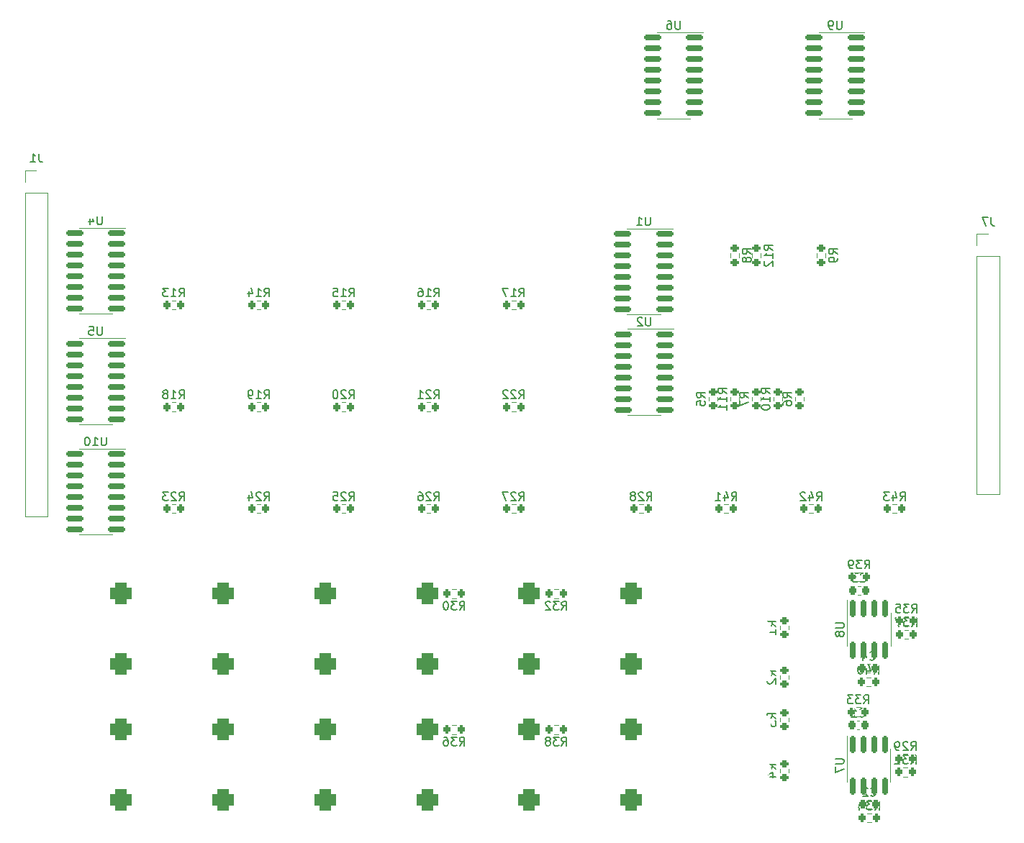
<source format=gbr>
%TF.GenerationSoftware,KiCad,Pcbnew,7.0.2*%
%TF.CreationDate,2025-02-19T16:25:23+00:00*%
%TF.ProjectId,dk2_04_top,646b325f-3034-45f7-946f-702e6b696361,rev?*%
%TF.SameCoordinates,Original*%
%TF.FileFunction,Legend,Bot*%
%TF.FilePolarity,Positive*%
%FSLAX46Y46*%
G04 Gerber Fmt 4.6, Leading zero omitted, Abs format (unit mm)*
G04 Created by KiCad (PCBNEW 7.0.2) date 2025-02-19 16:25:23*
%MOMM*%
%LPD*%
G01*
G04 APERTURE LIST*
G04 Aperture macros list*
%AMRoundRect*
0 Rectangle with rounded corners*
0 $1 Rounding radius*
0 $2 $3 $4 $5 $6 $7 $8 $9 X,Y pos of 4 corners*
0 Add a 4 corners polygon primitive as box body*
4,1,4,$2,$3,$4,$5,$6,$7,$8,$9,$2,$3,0*
0 Add four circle primitives for the rounded corners*
1,1,$1+$1,$2,$3*
1,1,$1+$1,$4,$5*
1,1,$1+$1,$6,$7*
1,1,$1+$1,$8,$9*
0 Add four rect primitives between the rounded corners*
20,1,$1+$1,$2,$3,$4,$5,0*
20,1,$1+$1,$4,$5,$6,$7,0*
20,1,$1+$1,$6,$7,$8,$9,0*
20,1,$1+$1,$8,$9,$2,$3,0*%
G04 Aperture macros list end*
%ADD10C,0.150000*%
%ADD11C,0.120000*%
%ADD12R,1.700000X1.700000*%
%ADD13O,1.700000X1.700000*%
%ADD14C,2.000000*%
%ADD15O,2.720000X3.240000*%
%ADD16R,1.800000X1.800000*%
%ADD17C,1.800000*%
%ADD18O,3.100000X2.300000*%
%ADD19RoundRect,0.650000X-0.650000X-0.650000X0.650000X-0.650000X0.650000X0.650000X-0.650000X0.650000X0*%
%ADD20C,3.200000*%
%ADD21R,1.500000X1.500000*%
%ADD22C,1.500000*%
%ADD23C,1.050000*%
%ADD24R,1.350000X1.350000*%
%ADD25RoundRect,0.200000X0.200000X0.275000X-0.200000X0.275000X-0.200000X-0.275000X0.200000X-0.275000X0*%
%ADD26RoundRect,0.200000X-0.275000X0.200000X-0.275000X-0.200000X0.275000X-0.200000X0.275000X0.200000X0*%
%ADD27RoundRect,0.200000X0.275000X-0.200000X0.275000X0.200000X-0.275000X0.200000X-0.275000X-0.200000X0*%
%ADD28RoundRect,0.150000X0.825000X0.150000X-0.825000X0.150000X-0.825000X-0.150000X0.825000X-0.150000X0*%
%ADD29RoundRect,0.200000X-0.200000X-0.275000X0.200000X-0.275000X0.200000X0.275000X-0.200000X0.275000X0*%
%ADD30RoundRect,0.225000X0.225000X0.250000X-0.225000X0.250000X-0.225000X-0.250000X0.225000X-0.250000X0*%
%ADD31RoundRect,0.150000X-0.150000X0.825000X-0.150000X-0.825000X0.150000X-0.825000X0.150000X0.825000X0*%
G04 APERTURE END LIST*
D10*
%TO.C,J7*%
X186333333Y-74692619D02*
X186333333Y-75406904D01*
X186333333Y-75406904D02*
X186380952Y-75549761D01*
X186380952Y-75549761D02*
X186476190Y-75645000D01*
X186476190Y-75645000D02*
X186619047Y-75692619D01*
X186619047Y-75692619D02*
X186714285Y-75692619D01*
X185952380Y-74692619D02*
X185285714Y-74692619D01*
X185285714Y-74692619D02*
X185714285Y-75692619D01*
%TO.C,J1*%
X74333333Y-67192619D02*
X74333333Y-67906904D01*
X74333333Y-67906904D02*
X74380952Y-68049761D01*
X74380952Y-68049761D02*
X74476190Y-68145000D01*
X74476190Y-68145000D02*
X74619047Y-68192619D01*
X74619047Y-68192619D02*
X74714285Y-68192619D01*
X73333333Y-68192619D02*
X73904761Y-68192619D01*
X73619047Y-68192619D02*
X73619047Y-67192619D01*
X73619047Y-67192619D02*
X73714285Y-67335476D01*
X73714285Y-67335476D02*
X73809523Y-67430714D01*
X73809523Y-67430714D02*
X73904761Y-67478333D01*
%TO.C,R23*%
X90817857Y-108032619D02*
X91151190Y-107556428D01*
X91389285Y-108032619D02*
X91389285Y-107032619D01*
X91389285Y-107032619D02*
X91008333Y-107032619D01*
X91008333Y-107032619D02*
X90913095Y-107080238D01*
X90913095Y-107080238D02*
X90865476Y-107127857D01*
X90865476Y-107127857D02*
X90817857Y-107223095D01*
X90817857Y-107223095D02*
X90817857Y-107365952D01*
X90817857Y-107365952D02*
X90865476Y-107461190D01*
X90865476Y-107461190D02*
X90913095Y-107508809D01*
X90913095Y-107508809D02*
X91008333Y-107556428D01*
X91008333Y-107556428D02*
X91389285Y-107556428D01*
X90436904Y-107127857D02*
X90389285Y-107080238D01*
X90389285Y-107080238D02*
X90294047Y-107032619D01*
X90294047Y-107032619D02*
X90055952Y-107032619D01*
X90055952Y-107032619D02*
X89960714Y-107080238D01*
X89960714Y-107080238D02*
X89913095Y-107127857D01*
X89913095Y-107127857D02*
X89865476Y-107223095D01*
X89865476Y-107223095D02*
X89865476Y-107318333D01*
X89865476Y-107318333D02*
X89913095Y-107461190D01*
X89913095Y-107461190D02*
X90484523Y-108032619D01*
X90484523Y-108032619D02*
X89865476Y-108032619D01*
X89532142Y-107032619D02*
X88913095Y-107032619D01*
X88913095Y-107032619D02*
X89246428Y-107413571D01*
X89246428Y-107413571D02*
X89103571Y-107413571D01*
X89103571Y-107413571D02*
X89008333Y-107461190D01*
X89008333Y-107461190D02*
X88960714Y-107508809D01*
X88960714Y-107508809D02*
X88913095Y-107604047D01*
X88913095Y-107604047D02*
X88913095Y-107842142D01*
X88913095Y-107842142D02*
X88960714Y-107937380D01*
X88960714Y-107937380D02*
X89008333Y-107985000D01*
X89008333Y-107985000D02*
X89103571Y-108032619D01*
X89103571Y-108032619D02*
X89389285Y-108032619D01*
X89389285Y-108032619D02*
X89484523Y-107985000D01*
X89484523Y-107985000D02*
X89532142Y-107937380D01*
%TO.C,R27*%
X130817857Y-108032619D02*
X131151190Y-107556428D01*
X131389285Y-108032619D02*
X131389285Y-107032619D01*
X131389285Y-107032619D02*
X131008333Y-107032619D01*
X131008333Y-107032619D02*
X130913095Y-107080238D01*
X130913095Y-107080238D02*
X130865476Y-107127857D01*
X130865476Y-107127857D02*
X130817857Y-107223095D01*
X130817857Y-107223095D02*
X130817857Y-107365952D01*
X130817857Y-107365952D02*
X130865476Y-107461190D01*
X130865476Y-107461190D02*
X130913095Y-107508809D01*
X130913095Y-107508809D02*
X131008333Y-107556428D01*
X131008333Y-107556428D02*
X131389285Y-107556428D01*
X130436904Y-107127857D02*
X130389285Y-107080238D01*
X130389285Y-107080238D02*
X130294047Y-107032619D01*
X130294047Y-107032619D02*
X130055952Y-107032619D01*
X130055952Y-107032619D02*
X129960714Y-107080238D01*
X129960714Y-107080238D02*
X129913095Y-107127857D01*
X129913095Y-107127857D02*
X129865476Y-107223095D01*
X129865476Y-107223095D02*
X129865476Y-107318333D01*
X129865476Y-107318333D02*
X129913095Y-107461190D01*
X129913095Y-107461190D02*
X130484523Y-108032619D01*
X130484523Y-108032619D02*
X129865476Y-108032619D01*
X129532142Y-107032619D02*
X128865476Y-107032619D01*
X128865476Y-107032619D02*
X129294047Y-108032619D01*
%TO.C,R29*%
X176917857Y-137432619D02*
X177251190Y-136956428D01*
X177489285Y-137432619D02*
X177489285Y-136432619D01*
X177489285Y-136432619D02*
X177108333Y-136432619D01*
X177108333Y-136432619D02*
X177013095Y-136480238D01*
X177013095Y-136480238D02*
X176965476Y-136527857D01*
X176965476Y-136527857D02*
X176917857Y-136623095D01*
X176917857Y-136623095D02*
X176917857Y-136765952D01*
X176917857Y-136765952D02*
X176965476Y-136861190D01*
X176965476Y-136861190D02*
X177013095Y-136908809D01*
X177013095Y-136908809D02*
X177108333Y-136956428D01*
X177108333Y-136956428D02*
X177489285Y-136956428D01*
X176536904Y-136527857D02*
X176489285Y-136480238D01*
X176489285Y-136480238D02*
X176394047Y-136432619D01*
X176394047Y-136432619D02*
X176155952Y-136432619D01*
X176155952Y-136432619D02*
X176060714Y-136480238D01*
X176060714Y-136480238D02*
X176013095Y-136527857D01*
X176013095Y-136527857D02*
X175965476Y-136623095D01*
X175965476Y-136623095D02*
X175965476Y-136718333D01*
X175965476Y-136718333D02*
X176013095Y-136861190D01*
X176013095Y-136861190D02*
X176584523Y-137432619D01*
X176584523Y-137432619D02*
X175965476Y-137432619D01*
X175489285Y-137432619D02*
X175298809Y-137432619D01*
X175298809Y-137432619D02*
X175203571Y-137385000D01*
X175203571Y-137385000D02*
X175155952Y-137337380D01*
X175155952Y-137337380D02*
X175060714Y-137194523D01*
X175060714Y-137194523D02*
X175013095Y-137004047D01*
X175013095Y-137004047D02*
X175013095Y-136623095D01*
X175013095Y-136623095D02*
X175060714Y-136527857D01*
X175060714Y-136527857D02*
X175108333Y-136480238D01*
X175108333Y-136480238D02*
X175203571Y-136432619D01*
X175203571Y-136432619D02*
X175394047Y-136432619D01*
X175394047Y-136432619D02*
X175489285Y-136480238D01*
X175489285Y-136480238D02*
X175536904Y-136527857D01*
X175536904Y-136527857D02*
X175584523Y-136623095D01*
X175584523Y-136623095D02*
X175584523Y-136861190D01*
X175584523Y-136861190D02*
X175536904Y-136956428D01*
X175536904Y-136956428D02*
X175489285Y-137004047D01*
X175489285Y-137004047D02*
X175394047Y-137051666D01*
X175394047Y-137051666D02*
X175203571Y-137051666D01*
X175203571Y-137051666D02*
X175108333Y-137004047D01*
X175108333Y-137004047D02*
X175060714Y-136956428D01*
X175060714Y-136956428D02*
X175013095Y-136861190D01*
%TO.C,R1*%
X161032619Y-122833333D02*
X160556428Y-122500000D01*
X161032619Y-122261905D02*
X160032619Y-122261905D01*
X160032619Y-122261905D02*
X160032619Y-122642857D01*
X160032619Y-122642857D02*
X160080238Y-122738095D01*
X160080238Y-122738095D02*
X160127857Y-122785714D01*
X160127857Y-122785714D02*
X160223095Y-122833333D01*
X160223095Y-122833333D02*
X160365952Y-122833333D01*
X160365952Y-122833333D02*
X160461190Y-122785714D01*
X160461190Y-122785714D02*
X160508809Y-122738095D01*
X160508809Y-122738095D02*
X160556428Y-122642857D01*
X160556428Y-122642857D02*
X160556428Y-122261905D01*
X161032619Y-123785714D02*
X161032619Y-123214286D01*
X161032619Y-123500000D02*
X160032619Y-123500000D01*
X160032619Y-123500000D02*
X160175476Y-123404762D01*
X160175476Y-123404762D02*
X160270714Y-123309524D01*
X160270714Y-123309524D02*
X160318333Y-123214286D01*
%TO.C,R22*%
X130817857Y-96032619D02*
X131151190Y-95556428D01*
X131389285Y-96032619D02*
X131389285Y-95032619D01*
X131389285Y-95032619D02*
X131008333Y-95032619D01*
X131008333Y-95032619D02*
X130913095Y-95080238D01*
X130913095Y-95080238D02*
X130865476Y-95127857D01*
X130865476Y-95127857D02*
X130817857Y-95223095D01*
X130817857Y-95223095D02*
X130817857Y-95365952D01*
X130817857Y-95365952D02*
X130865476Y-95461190D01*
X130865476Y-95461190D02*
X130913095Y-95508809D01*
X130913095Y-95508809D02*
X131008333Y-95556428D01*
X131008333Y-95556428D02*
X131389285Y-95556428D01*
X130436904Y-95127857D02*
X130389285Y-95080238D01*
X130389285Y-95080238D02*
X130294047Y-95032619D01*
X130294047Y-95032619D02*
X130055952Y-95032619D01*
X130055952Y-95032619D02*
X129960714Y-95080238D01*
X129960714Y-95080238D02*
X129913095Y-95127857D01*
X129913095Y-95127857D02*
X129865476Y-95223095D01*
X129865476Y-95223095D02*
X129865476Y-95318333D01*
X129865476Y-95318333D02*
X129913095Y-95461190D01*
X129913095Y-95461190D02*
X130484523Y-96032619D01*
X130484523Y-96032619D02*
X129865476Y-96032619D01*
X129484523Y-95127857D02*
X129436904Y-95080238D01*
X129436904Y-95080238D02*
X129341666Y-95032619D01*
X129341666Y-95032619D02*
X129103571Y-95032619D01*
X129103571Y-95032619D02*
X129008333Y-95080238D01*
X129008333Y-95080238D02*
X128960714Y-95127857D01*
X128960714Y-95127857D02*
X128913095Y-95223095D01*
X128913095Y-95223095D02*
X128913095Y-95318333D01*
X128913095Y-95318333D02*
X128960714Y-95461190D01*
X128960714Y-95461190D02*
X129532142Y-96032619D01*
X129532142Y-96032619D02*
X128913095Y-96032619D01*
%TO.C,R17*%
X130817857Y-84032619D02*
X131151190Y-83556428D01*
X131389285Y-84032619D02*
X131389285Y-83032619D01*
X131389285Y-83032619D02*
X131008333Y-83032619D01*
X131008333Y-83032619D02*
X130913095Y-83080238D01*
X130913095Y-83080238D02*
X130865476Y-83127857D01*
X130865476Y-83127857D02*
X130817857Y-83223095D01*
X130817857Y-83223095D02*
X130817857Y-83365952D01*
X130817857Y-83365952D02*
X130865476Y-83461190D01*
X130865476Y-83461190D02*
X130913095Y-83508809D01*
X130913095Y-83508809D02*
X131008333Y-83556428D01*
X131008333Y-83556428D02*
X131389285Y-83556428D01*
X129865476Y-84032619D02*
X130436904Y-84032619D01*
X130151190Y-84032619D02*
X130151190Y-83032619D01*
X130151190Y-83032619D02*
X130246428Y-83175476D01*
X130246428Y-83175476D02*
X130341666Y-83270714D01*
X130341666Y-83270714D02*
X130436904Y-83318333D01*
X129532142Y-83032619D02*
X128865476Y-83032619D01*
X128865476Y-83032619D02*
X129294047Y-84032619D01*
%TO.C,R18*%
X90817857Y-96032619D02*
X91151190Y-95556428D01*
X91389285Y-96032619D02*
X91389285Y-95032619D01*
X91389285Y-95032619D02*
X91008333Y-95032619D01*
X91008333Y-95032619D02*
X90913095Y-95080238D01*
X90913095Y-95080238D02*
X90865476Y-95127857D01*
X90865476Y-95127857D02*
X90817857Y-95223095D01*
X90817857Y-95223095D02*
X90817857Y-95365952D01*
X90817857Y-95365952D02*
X90865476Y-95461190D01*
X90865476Y-95461190D02*
X90913095Y-95508809D01*
X90913095Y-95508809D02*
X91008333Y-95556428D01*
X91008333Y-95556428D02*
X91389285Y-95556428D01*
X89865476Y-96032619D02*
X90436904Y-96032619D01*
X90151190Y-96032619D02*
X90151190Y-95032619D01*
X90151190Y-95032619D02*
X90246428Y-95175476D01*
X90246428Y-95175476D02*
X90341666Y-95270714D01*
X90341666Y-95270714D02*
X90436904Y-95318333D01*
X89294047Y-95461190D02*
X89389285Y-95413571D01*
X89389285Y-95413571D02*
X89436904Y-95365952D01*
X89436904Y-95365952D02*
X89484523Y-95270714D01*
X89484523Y-95270714D02*
X89484523Y-95223095D01*
X89484523Y-95223095D02*
X89436904Y-95127857D01*
X89436904Y-95127857D02*
X89389285Y-95080238D01*
X89389285Y-95080238D02*
X89294047Y-95032619D01*
X89294047Y-95032619D02*
X89103571Y-95032619D01*
X89103571Y-95032619D02*
X89008333Y-95080238D01*
X89008333Y-95080238D02*
X88960714Y-95127857D01*
X88960714Y-95127857D02*
X88913095Y-95223095D01*
X88913095Y-95223095D02*
X88913095Y-95270714D01*
X88913095Y-95270714D02*
X88960714Y-95365952D01*
X88960714Y-95365952D02*
X89008333Y-95413571D01*
X89008333Y-95413571D02*
X89103571Y-95461190D01*
X89103571Y-95461190D02*
X89294047Y-95461190D01*
X89294047Y-95461190D02*
X89389285Y-95508809D01*
X89389285Y-95508809D02*
X89436904Y-95556428D01*
X89436904Y-95556428D02*
X89484523Y-95651666D01*
X89484523Y-95651666D02*
X89484523Y-95842142D01*
X89484523Y-95842142D02*
X89436904Y-95937380D01*
X89436904Y-95937380D02*
X89389285Y-95985000D01*
X89389285Y-95985000D02*
X89294047Y-96032619D01*
X89294047Y-96032619D02*
X89103571Y-96032619D01*
X89103571Y-96032619D02*
X89008333Y-95985000D01*
X89008333Y-95985000D02*
X88960714Y-95937380D01*
X88960714Y-95937380D02*
X88913095Y-95842142D01*
X88913095Y-95842142D02*
X88913095Y-95651666D01*
X88913095Y-95651666D02*
X88960714Y-95556428D01*
X88960714Y-95556428D02*
X89008333Y-95508809D01*
X89008333Y-95508809D02*
X89103571Y-95461190D01*
%TO.C,R41*%
X155817857Y-108032619D02*
X156151190Y-107556428D01*
X156389285Y-108032619D02*
X156389285Y-107032619D01*
X156389285Y-107032619D02*
X156008333Y-107032619D01*
X156008333Y-107032619D02*
X155913095Y-107080238D01*
X155913095Y-107080238D02*
X155865476Y-107127857D01*
X155865476Y-107127857D02*
X155817857Y-107223095D01*
X155817857Y-107223095D02*
X155817857Y-107365952D01*
X155817857Y-107365952D02*
X155865476Y-107461190D01*
X155865476Y-107461190D02*
X155913095Y-107508809D01*
X155913095Y-107508809D02*
X156008333Y-107556428D01*
X156008333Y-107556428D02*
X156389285Y-107556428D01*
X154960714Y-107365952D02*
X154960714Y-108032619D01*
X155198809Y-106985000D02*
X155436904Y-107699285D01*
X155436904Y-107699285D02*
X154817857Y-107699285D01*
X153913095Y-108032619D02*
X154484523Y-108032619D01*
X154198809Y-108032619D02*
X154198809Y-107032619D01*
X154198809Y-107032619D02*
X154294047Y-107175476D01*
X154294047Y-107175476D02*
X154389285Y-107270714D01*
X154389285Y-107270714D02*
X154484523Y-107318333D01*
%TO.C,R11*%
X155242619Y-95432142D02*
X154766428Y-95098809D01*
X155242619Y-94860714D02*
X154242619Y-94860714D01*
X154242619Y-94860714D02*
X154242619Y-95241666D01*
X154242619Y-95241666D02*
X154290238Y-95336904D01*
X154290238Y-95336904D02*
X154337857Y-95384523D01*
X154337857Y-95384523D02*
X154433095Y-95432142D01*
X154433095Y-95432142D02*
X154575952Y-95432142D01*
X154575952Y-95432142D02*
X154671190Y-95384523D01*
X154671190Y-95384523D02*
X154718809Y-95336904D01*
X154718809Y-95336904D02*
X154766428Y-95241666D01*
X154766428Y-95241666D02*
X154766428Y-94860714D01*
X155242619Y-96384523D02*
X155242619Y-95813095D01*
X155242619Y-96098809D02*
X154242619Y-96098809D01*
X154242619Y-96098809D02*
X154385476Y-96003571D01*
X154385476Y-96003571D02*
X154480714Y-95908333D01*
X154480714Y-95908333D02*
X154528333Y-95813095D01*
X155242619Y-97336904D02*
X155242619Y-96765476D01*
X155242619Y-97051190D02*
X154242619Y-97051190D01*
X154242619Y-97051190D02*
X154385476Y-96955952D01*
X154385476Y-96955952D02*
X154480714Y-96860714D01*
X154480714Y-96860714D02*
X154528333Y-96765476D01*
%TO.C,R35*%
X177017857Y-121232619D02*
X177351190Y-120756428D01*
X177589285Y-121232619D02*
X177589285Y-120232619D01*
X177589285Y-120232619D02*
X177208333Y-120232619D01*
X177208333Y-120232619D02*
X177113095Y-120280238D01*
X177113095Y-120280238D02*
X177065476Y-120327857D01*
X177065476Y-120327857D02*
X177017857Y-120423095D01*
X177017857Y-120423095D02*
X177017857Y-120565952D01*
X177017857Y-120565952D02*
X177065476Y-120661190D01*
X177065476Y-120661190D02*
X177113095Y-120708809D01*
X177113095Y-120708809D02*
X177208333Y-120756428D01*
X177208333Y-120756428D02*
X177589285Y-120756428D01*
X176684523Y-120232619D02*
X176065476Y-120232619D01*
X176065476Y-120232619D02*
X176398809Y-120613571D01*
X176398809Y-120613571D02*
X176255952Y-120613571D01*
X176255952Y-120613571D02*
X176160714Y-120661190D01*
X176160714Y-120661190D02*
X176113095Y-120708809D01*
X176113095Y-120708809D02*
X176065476Y-120804047D01*
X176065476Y-120804047D02*
X176065476Y-121042142D01*
X176065476Y-121042142D02*
X176113095Y-121137380D01*
X176113095Y-121137380D02*
X176160714Y-121185000D01*
X176160714Y-121185000D02*
X176255952Y-121232619D01*
X176255952Y-121232619D02*
X176541666Y-121232619D01*
X176541666Y-121232619D02*
X176636904Y-121185000D01*
X176636904Y-121185000D02*
X176684523Y-121137380D01*
X175160714Y-120232619D02*
X175636904Y-120232619D01*
X175636904Y-120232619D02*
X175684523Y-120708809D01*
X175684523Y-120708809D02*
X175636904Y-120661190D01*
X175636904Y-120661190D02*
X175541666Y-120613571D01*
X175541666Y-120613571D02*
X175303571Y-120613571D01*
X175303571Y-120613571D02*
X175208333Y-120661190D01*
X175208333Y-120661190D02*
X175160714Y-120708809D01*
X175160714Y-120708809D02*
X175113095Y-120804047D01*
X175113095Y-120804047D02*
X175113095Y-121042142D01*
X175113095Y-121042142D02*
X175160714Y-121137380D01*
X175160714Y-121137380D02*
X175208333Y-121185000D01*
X175208333Y-121185000D02*
X175303571Y-121232619D01*
X175303571Y-121232619D02*
X175541666Y-121232619D01*
X175541666Y-121232619D02*
X175636904Y-121185000D01*
X175636904Y-121185000D02*
X175684523Y-121137380D01*
%TO.C,R9*%
X168262619Y-79018333D02*
X167786428Y-78685000D01*
X168262619Y-78446905D02*
X167262619Y-78446905D01*
X167262619Y-78446905D02*
X167262619Y-78827857D01*
X167262619Y-78827857D02*
X167310238Y-78923095D01*
X167310238Y-78923095D02*
X167357857Y-78970714D01*
X167357857Y-78970714D02*
X167453095Y-79018333D01*
X167453095Y-79018333D02*
X167595952Y-79018333D01*
X167595952Y-79018333D02*
X167691190Y-78970714D01*
X167691190Y-78970714D02*
X167738809Y-78923095D01*
X167738809Y-78923095D02*
X167786428Y-78827857D01*
X167786428Y-78827857D02*
X167786428Y-78446905D01*
X168262619Y-79494524D02*
X168262619Y-79685000D01*
X168262619Y-79685000D02*
X168215000Y-79780238D01*
X168215000Y-79780238D02*
X168167380Y-79827857D01*
X168167380Y-79827857D02*
X168024523Y-79923095D01*
X168024523Y-79923095D02*
X167834047Y-79970714D01*
X167834047Y-79970714D02*
X167453095Y-79970714D01*
X167453095Y-79970714D02*
X167357857Y-79923095D01*
X167357857Y-79923095D02*
X167310238Y-79875476D01*
X167310238Y-79875476D02*
X167262619Y-79780238D01*
X167262619Y-79780238D02*
X167262619Y-79589762D01*
X167262619Y-79589762D02*
X167310238Y-79494524D01*
X167310238Y-79494524D02*
X167357857Y-79446905D01*
X167357857Y-79446905D02*
X167453095Y-79399286D01*
X167453095Y-79399286D02*
X167691190Y-79399286D01*
X167691190Y-79399286D02*
X167786428Y-79446905D01*
X167786428Y-79446905D02*
X167834047Y-79494524D01*
X167834047Y-79494524D02*
X167881666Y-79589762D01*
X167881666Y-79589762D02*
X167881666Y-79780238D01*
X167881666Y-79780238D02*
X167834047Y-79875476D01*
X167834047Y-79875476D02*
X167786428Y-79923095D01*
X167786428Y-79923095D02*
X167691190Y-79970714D01*
%TO.C,R5*%
X152702619Y-95908333D02*
X152226428Y-95575000D01*
X152702619Y-95336905D02*
X151702619Y-95336905D01*
X151702619Y-95336905D02*
X151702619Y-95717857D01*
X151702619Y-95717857D02*
X151750238Y-95813095D01*
X151750238Y-95813095D02*
X151797857Y-95860714D01*
X151797857Y-95860714D02*
X151893095Y-95908333D01*
X151893095Y-95908333D02*
X152035952Y-95908333D01*
X152035952Y-95908333D02*
X152131190Y-95860714D01*
X152131190Y-95860714D02*
X152178809Y-95813095D01*
X152178809Y-95813095D02*
X152226428Y-95717857D01*
X152226428Y-95717857D02*
X152226428Y-95336905D01*
X151702619Y-96813095D02*
X151702619Y-96336905D01*
X151702619Y-96336905D02*
X152178809Y-96289286D01*
X152178809Y-96289286D02*
X152131190Y-96336905D01*
X152131190Y-96336905D02*
X152083571Y-96432143D01*
X152083571Y-96432143D02*
X152083571Y-96670238D01*
X152083571Y-96670238D02*
X152131190Y-96765476D01*
X152131190Y-96765476D02*
X152178809Y-96813095D01*
X152178809Y-96813095D02*
X152274047Y-96860714D01*
X152274047Y-96860714D02*
X152512142Y-96860714D01*
X152512142Y-96860714D02*
X152607380Y-96813095D01*
X152607380Y-96813095D02*
X152655000Y-96765476D01*
X152655000Y-96765476D02*
X152702619Y-96670238D01*
X152702619Y-96670238D02*
X152702619Y-96432143D01*
X152702619Y-96432143D02*
X152655000Y-96336905D01*
X152655000Y-96336905D02*
X152607380Y-96289286D01*
%TO.C,R26*%
X120817857Y-108032619D02*
X121151190Y-107556428D01*
X121389285Y-108032619D02*
X121389285Y-107032619D01*
X121389285Y-107032619D02*
X121008333Y-107032619D01*
X121008333Y-107032619D02*
X120913095Y-107080238D01*
X120913095Y-107080238D02*
X120865476Y-107127857D01*
X120865476Y-107127857D02*
X120817857Y-107223095D01*
X120817857Y-107223095D02*
X120817857Y-107365952D01*
X120817857Y-107365952D02*
X120865476Y-107461190D01*
X120865476Y-107461190D02*
X120913095Y-107508809D01*
X120913095Y-107508809D02*
X121008333Y-107556428D01*
X121008333Y-107556428D02*
X121389285Y-107556428D01*
X120436904Y-107127857D02*
X120389285Y-107080238D01*
X120389285Y-107080238D02*
X120294047Y-107032619D01*
X120294047Y-107032619D02*
X120055952Y-107032619D01*
X120055952Y-107032619D02*
X119960714Y-107080238D01*
X119960714Y-107080238D02*
X119913095Y-107127857D01*
X119913095Y-107127857D02*
X119865476Y-107223095D01*
X119865476Y-107223095D02*
X119865476Y-107318333D01*
X119865476Y-107318333D02*
X119913095Y-107461190D01*
X119913095Y-107461190D02*
X120484523Y-108032619D01*
X120484523Y-108032619D02*
X119865476Y-108032619D01*
X119008333Y-107032619D02*
X119198809Y-107032619D01*
X119198809Y-107032619D02*
X119294047Y-107080238D01*
X119294047Y-107080238D02*
X119341666Y-107127857D01*
X119341666Y-107127857D02*
X119436904Y-107270714D01*
X119436904Y-107270714D02*
X119484523Y-107461190D01*
X119484523Y-107461190D02*
X119484523Y-107842142D01*
X119484523Y-107842142D02*
X119436904Y-107937380D01*
X119436904Y-107937380D02*
X119389285Y-107985000D01*
X119389285Y-107985000D02*
X119294047Y-108032619D01*
X119294047Y-108032619D02*
X119103571Y-108032619D01*
X119103571Y-108032619D02*
X119008333Y-107985000D01*
X119008333Y-107985000D02*
X118960714Y-107937380D01*
X118960714Y-107937380D02*
X118913095Y-107842142D01*
X118913095Y-107842142D02*
X118913095Y-107604047D01*
X118913095Y-107604047D02*
X118960714Y-107508809D01*
X118960714Y-107508809D02*
X119008333Y-107461190D01*
X119008333Y-107461190D02*
X119103571Y-107413571D01*
X119103571Y-107413571D02*
X119294047Y-107413571D01*
X119294047Y-107413571D02*
X119389285Y-107461190D01*
X119389285Y-107461190D02*
X119436904Y-107508809D01*
X119436904Y-107508809D02*
X119484523Y-107604047D01*
%TO.C,R42*%
X165817857Y-108032619D02*
X166151190Y-107556428D01*
X166389285Y-108032619D02*
X166389285Y-107032619D01*
X166389285Y-107032619D02*
X166008333Y-107032619D01*
X166008333Y-107032619D02*
X165913095Y-107080238D01*
X165913095Y-107080238D02*
X165865476Y-107127857D01*
X165865476Y-107127857D02*
X165817857Y-107223095D01*
X165817857Y-107223095D02*
X165817857Y-107365952D01*
X165817857Y-107365952D02*
X165865476Y-107461190D01*
X165865476Y-107461190D02*
X165913095Y-107508809D01*
X165913095Y-107508809D02*
X166008333Y-107556428D01*
X166008333Y-107556428D02*
X166389285Y-107556428D01*
X164960714Y-107365952D02*
X164960714Y-108032619D01*
X165198809Y-106985000D02*
X165436904Y-107699285D01*
X165436904Y-107699285D02*
X164817857Y-107699285D01*
X164484523Y-107127857D02*
X164436904Y-107080238D01*
X164436904Y-107080238D02*
X164341666Y-107032619D01*
X164341666Y-107032619D02*
X164103571Y-107032619D01*
X164103571Y-107032619D02*
X164008333Y-107080238D01*
X164008333Y-107080238D02*
X163960714Y-107127857D01*
X163960714Y-107127857D02*
X163913095Y-107223095D01*
X163913095Y-107223095D02*
X163913095Y-107318333D01*
X163913095Y-107318333D02*
X163960714Y-107461190D01*
X163960714Y-107461190D02*
X164532142Y-108032619D01*
X164532142Y-108032619D02*
X163913095Y-108032619D01*
%TO.C,U6*%
X149761904Y-51562619D02*
X149761904Y-52372142D01*
X149761904Y-52372142D02*
X149714285Y-52467380D01*
X149714285Y-52467380D02*
X149666666Y-52515000D01*
X149666666Y-52515000D02*
X149571428Y-52562619D01*
X149571428Y-52562619D02*
X149380952Y-52562619D01*
X149380952Y-52562619D02*
X149285714Y-52515000D01*
X149285714Y-52515000D02*
X149238095Y-52467380D01*
X149238095Y-52467380D02*
X149190476Y-52372142D01*
X149190476Y-52372142D02*
X149190476Y-51562619D01*
X148285714Y-51562619D02*
X148476190Y-51562619D01*
X148476190Y-51562619D02*
X148571428Y-51610238D01*
X148571428Y-51610238D02*
X148619047Y-51657857D01*
X148619047Y-51657857D02*
X148714285Y-51800714D01*
X148714285Y-51800714D02*
X148761904Y-51991190D01*
X148761904Y-51991190D02*
X148761904Y-52372142D01*
X148761904Y-52372142D02*
X148714285Y-52467380D01*
X148714285Y-52467380D02*
X148666666Y-52515000D01*
X148666666Y-52515000D02*
X148571428Y-52562619D01*
X148571428Y-52562619D02*
X148380952Y-52562619D01*
X148380952Y-52562619D02*
X148285714Y-52515000D01*
X148285714Y-52515000D02*
X148238095Y-52467380D01*
X148238095Y-52467380D02*
X148190476Y-52372142D01*
X148190476Y-52372142D02*
X148190476Y-52134047D01*
X148190476Y-52134047D02*
X148238095Y-52038809D01*
X148238095Y-52038809D02*
X148285714Y-51991190D01*
X148285714Y-51991190D02*
X148380952Y-51943571D01*
X148380952Y-51943571D02*
X148571428Y-51943571D01*
X148571428Y-51943571D02*
X148666666Y-51991190D01*
X148666666Y-51991190D02*
X148714285Y-52038809D01*
X148714285Y-52038809D02*
X148761904Y-52134047D01*
%TO.C,R14*%
X100817857Y-84032619D02*
X101151190Y-83556428D01*
X101389285Y-84032619D02*
X101389285Y-83032619D01*
X101389285Y-83032619D02*
X101008333Y-83032619D01*
X101008333Y-83032619D02*
X100913095Y-83080238D01*
X100913095Y-83080238D02*
X100865476Y-83127857D01*
X100865476Y-83127857D02*
X100817857Y-83223095D01*
X100817857Y-83223095D02*
X100817857Y-83365952D01*
X100817857Y-83365952D02*
X100865476Y-83461190D01*
X100865476Y-83461190D02*
X100913095Y-83508809D01*
X100913095Y-83508809D02*
X101008333Y-83556428D01*
X101008333Y-83556428D02*
X101389285Y-83556428D01*
X99865476Y-84032619D02*
X100436904Y-84032619D01*
X100151190Y-84032619D02*
X100151190Y-83032619D01*
X100151190Y-83032619D02*
X100246428Y-83175476D01*
X100246428Y-83175476D02*
X100341666Y-83270714D01*
X100341666Y-83270714D02*
X100436904Y-83318333D01*
X99008333Y-83365952D02*
X99008333Y-84032619D01*
X99246428Y-82985000D02*
X99484523Y-83699285D01*
X99484523Y-83699285D02*
X98865476Y-83699285D01*
%TO.C,R8*%
X158102619Y-79018333D02*
X157626428Y-78685000D01*
X158102619Y-78446905D02*
X157102619Y-78446905D01*
X157102619Y-78446905D02*
X157102619Y-78827857D01*
X157102619Y-78827857D02*
X157150238Y-78923095D01*
X157150238Y-78923095D02*
X157197857Y-78970714D01*
X157197857Y-78970714D02*
X157293095Y-79018333D01*
X157293095Y-79018333D02*
X157435952Y-79018333D01*
X157435952Y-79018333D02*
X157531190Y-78970714D01*
X157531190Y-78970714D02*
X157578809Y-78923095D01*
X157578809Y-78923095D02*
X157626428Y-78827857D01*
X157626428Y-78827857D02*
X157626428Y-78446905D01*
X157531190Y-79589762D02*
X157483571Y-79494524D01*
X157483571Y-79494524D02*
X157435952Y-79446905D01*
X157435952Y-79446905D02*
X157340714Y-79399286D01*
X157340714Y-79399286D02*
X157293095Y-79399286D01*
X157293095Y-79399286D02*
X157197857Y-79446905D01*
X157197857Y-79446905D02*
X157150238Y-79494524D01*
X157150238Y-79494524D02*
X157102619Y-79589762D01*
X157102619Y-79589762D02*
X157102619Y-79780238D01*
X157102619Y-79780238D02*
X157150238Y-79875476D01*
X157150238Y-79875476D02*
X157197857Y-79923095D01*
X157197857Y-79923095D02*
X157293095Y-79970714D01*
X157293095Y-79970714D02*
X157340714Y-79970714D01*
X157340714Y-79970714D02*
X157435952Y-79923095D01*
X157435952Y-79923095D02*
X157483571Y-79875476D01*
X157483571Y-79875476D02*
X157531190Y-79780238D01*
X157531190Y-79780238D02*
X157531190Y-79589762D01*
X157531190Y-79589762D02*
X157578809Y-79494524D01*
X157578809Y-79494524D02*
X157626428Y-79446905D01*
X157626428Y-79446905D02*
X157721666Y-79399286D01*
X157721666Y-79399286D02*
X157912142Y-79399286D01*
X157912142Y-79399286D02*
X158007380Y-79446905D01*
X158007380Y-79446905D02*
X158055000Y-79494524D01*
X158055000Y-79494524D02*
X158102619Y-79589762D01*
X158102619Y-79589762D02*
X158102619Y-79780238D01*
X158102619Y-79780238D02*
X158055000Y-79875476D01*
X158055000Y-79875476D02*
X158007380Y-79923095D01*
X158007380Y-79923095D02*
X157912142Y-79970714D01*
X157912142Y-79970714D02*
X157721666Y-79970714D01*
X157721666Y-79970714D02*
X157626428Y-79923095D01*
X157626428Y-79923095D02*
X157578809Y-79875476D01*
X157578809Y-79875476D02*
X157531190Y-79780238D01*
%TO.C,U1*%
X146236904Y-74657619D02*
X146236904Y-75467142D01*
X146236904Y-75467142D02*
X146189285Y-75562380D01*
X146189285Y-75562380D02*
X146141666Y-75610000D01*
X146141666Y-75610000D02*
X146046428Y-75657619D01*
X146046428Y-75657619D02*
X145855952Y-75657619D01*
X145855952Y-75657619D02*
X145760714Y-75610000D01*
X145760714Y-75610000D02*
X145713095Y-75562380D01*
X145713095Y-75562380D02*
X145665476Y-75467142D01*
X145665476Y-75467142D02*
X145665476Y-74657619D01*
X144665476Y-75657619D02*
X145236904Y-75657619D01*
X144951190Y-75657619D02*
X144951190Y-74657619D01*
X144951190Y-74657619D02*
X145046428Y-74800476D01*
X145046428Y-74800476D02*
X145141666Y-74895714D01*
X145141666Y-74895714D02*
X145236904Y-74943333D01*
%TO.C,R30*%
X123817857Y-120892619D02*
X124151190Y-120416428D01*
X124389285Y-120892619D02*
X124389285Y-119892619D01*
X124389285Y-119892619D02*
X124008333Y-119892619D01*
X124008333Y-119892619D02*
X123913095Y-119940238D01*
X123913095Y-119940238D02*
X123865476Y-119987857D01*
X123865476Y-119987857D02*
X123817857Y-120083095D01*
X123817857Y-120083095D02*
X123817857Y-120225952D01*
X123817857Y-120225952D02*
X123865476Y-120321190D01*
X123865476Y-120321190D02*
X123913095Y-120368809D01*
X123913095Y-120368809D02*
X124008333Y-120416428D01*
X124008333Y-120416428D02*
X124389285Y-120416428D01*
X123484523Y-119892619D02*
X122865476Y-119892619D01*
X122865476Y-119892619D02*
X123198809Y-120273571D01*
X123198809Y-120273571D02*
X123055952Y-120273571D01*
X123055952Y-120273571D02*
X122960714Y-120321190D01*
X122960714Y-120321190D02*
X122913095Y-120368809D01*
X122913095Y-120368809D02*
X122865476Y-120464047D01*
X122865476Y-120464047D02*
X122865476Y-120702142D01*
X122865476Y-120702142D02*
X122913095Y-120797380D01*
X122913095Y-120797380D02*
X122960714Y-120845000D01*
X122960714Y-120845000D02*
X123055952Y-120892619D01*
X123055952Y-120892619D02*
X123341666Y-120892619D01*
X123341666Y-120892619D02*
X123436904Y-120845000D01*
X123436904Y-120845000D02*
X123484523Y-120797380D01*
X122246428Y-119892619D02*
X122151190Y-119892619D01*
X122151190Y-119892619D02*
X122055952Y-119940238D01*
X122055952Y-119940238D02*
X122008333Y-119987857D01*
X122008333Y-119987857D02*
X121960714Y-120083095D01*
X121960714Y-120083095D02*
X121913095Y-120273571D01*
X121913095Y-120273571D02*
X121913095Y-120511666D01*
X121913095Y-120511666D02*
X121960714Y-120702142D01*
X121960714Y-120702142D02*
X122008333Y-120797380D01*
X122008333Y-120797380D02*
X122055952Y-120845000D01*
X122055952Y-120845000D02*
X122151190Y-120892619D01*
X122151190Y-120892619D02*
X122246428Y-120892619D01*
X122246428Y-120892619D02*
X122341666Y-120845000D01*
X122341666Y-120845000D02*
X122389285Y-120797380D01*
X122389285Y-120797380D02*
X122436904Y-120702142D01*
X122436904Y-120702142D02*
X122484523Y-120511666D01*
X122484523Y-120511666D02*
X122484523Y-120273571D01*
X122484523Y-120273571D02*
X122436904Y-120083095D01*
X122436904Y-120083095D02*
X122389285Y-119987857D01*
X122389285Y-119987857D02*
X122341666Y-119940238D01*
X122341666Y-119940238D02*
X122246428Y-119892619D01*
%TO.C,R15*%
X110817857Y-84032619D02*
X111151190Y-83556428D01*
X111389285Y-84032619D02*
X111389285Y-83032619D01*
X111389285Y-83032619D02*
X111008333Y-83032619D01*
X111008333Y-83032619D02*
X110913095Y-83080238D01*
X110913095Y-83080238D02*
X110865476Y-83127857D01*
X110865476Y-83127857D02*
X110817857Y-83223095D01*
X110817857Y-83223095D02*
X110817857Y-83365952D01*
X110817857Y-83365952D02*
X110865476Y-83461190D01*
X110865476Y-83461190D02*
X110913095Y-83508809D01*
X110913095Y-83508809D02*
X111008333Y-83556428D01*
X111008333Y-83556428D02*
X111389285Y-83556428D01*
X109865476Y-84032619D02*
X110436904Y-84032619D01*
X110151190Y-84032619D02*
X110151190Y-83032619D01*
X110151190Y-83032619D02*
X110246428Y-83175476D01*
X110246428Y-83175476D02*
X110341666Y-83270714D01*
X110341666Y-83270714D02*
X110436904Y-83318333D01*
X108960714Y-83032619D02*
X109436904Y-83032619D01*
X109436904Y-83032619D02*
X109484523Y-83508809D01*
X109484523Y-83508809D02*
X109436904Y-83461190D01*
X109436904Y-83461190D02*
X109341666Y-83413571D01*
X109341666Y-83413571D02*
X109103571Y-83413571D01*
X109103571Y-83413571D02*
X109008333Y-83461190D01*
X109008333Y-83461190D02*
X108960714Y-83508809D01*
X108960714Y-83508809D02*
X108913095Y-83604047D01*
X108913095Y-83604047D02*
X108913095Y-83842142D01*
X108913095Y-83842142D02*
X108960714Y-83937380D01*
X108960714Y-83937380D02*
X109008333Y-83985000D01*
X109008333Y-83985000D02*
X109103571Y-84032619D01*
X109103571Y-84032619D02*
X109341666Y-84032619D01*
X109341666Y-84032619D02*
X109436904Y-83985000D01*
X109436904Y-83985000D02*
X109484523Y-83937380D01*
%TO.C,R36*%
X123817857Y-136892619D02*
X124151190Y-136416428D01*
X124389285Y-136892619D02*
X124389285Y-135892619D01*
X124389285Y-135892619D02*
X124008333Y-135892619D01*
X124008333Y-135892619D02*
X123913095Y-135940238D01*
X123913095Y-135940238D02*
X123865476Y-135987857D01*
X123865476Y-135987857D02*
X123817857Y-136083095D01*
X123817857Y-136083095D02*
X123817857Y-136225952D01*
X123817857Y-136225952D02*
X123865476Y-136321190D01*
X123865476Y-136321190D02*
X123913095Y-136368809D01*
X123913095Y-136368809D02*
X124008333Y-136416428D01*
X124008333Y-136416428D02*
X124389285Y-136416428D01*
X123484523Y-135892619D02*
X122865476Y-135892619D01*
X122865476Y-135892619D02*
X123198809Y-136273571D01*
X123198809Y-136273571D02*
X123055952Y-136273571D01*
X123055952Y-136273571D02*
X122960714Y-136321190D01*
X122960714Y-136321190D02*
X122913095Y-136368809D01*
X122913095Y-136368809D02*
X122865476Y-136464047D01*
X122865476Y-136464047D02*
X122865476Y-136702142D01*
X122865476Y-136702142D02*
X122913095Y-136797380D01*
X122913095Y-136797380D02*
X122960714Y-136845000D01*
X122960714Y-136845000D02*
X123055952Y-136892619D01*
X123055952Y-136892619D02*
X123341666Y-136892619D01*
X123341666Y-136892619D02*
X123436904Y-136845000D01*
X123436904Y-136845000D02*
X123484523Y-136797380D01*
X122008333Y-135892619D02*
X122198809Y-135892619D01*
X122198809Y-135892619D02*
X122294047Y-135940238D01*
X122294047Y-135940238D02*
X122341666Y-135987857D01*
X122341666Y-135987857D02*
X122436904Y-136130714D01*
X122436904Y-136130714D02*
X122484523Y-136321190D01*
X122484523Y-136321190D02*
X122484523Y-136702142D01*
X122484523Y-136702142D02*
X122436904Y-136797380D01*
X122436904Y-136797380D02*
X122389285Y-136845000D01*
X122389285Y-136845000D02*
X122294047Y-136892619D01*
X122294047Y-136892619D02*
X122103571Y-136892619D01*
X122103571Y-136892619D02*
X122008333Y-136845000D01*
X122008333Y-136845000D02*
X121960714Y-136797380D01*
X121960714Y-136797380D02*
X121913095Y-136702142D01*
X121913095Y-136702142D02*
X121913095Y-136464047D01*
X121913095Y-136464047D02*
X121960714Y-136368809D01*
X121960714Y-136368809D02*
X122008333Y-136321190D01*
X122008333Y-136321190D02*
X122103571Y-136273571D01*
X122103571Y-136273571D02*
X122294047Y-136273571D01*
X122294047Y-136273571D02*
X122389285Y-136321190D01*
X122389285Y-136321190D02*
X122436904Y-136368809D01*
X122436904Y-136368809D02*
X122484523Y-136464047D01*
%TO.C,R21*%
X120817857Y-96032619D02*
X121151190Y-95556428D01*
X121389285Y-96032619D02*
X121389285Y-95032619D01*
X121389285Y-95032619D02*
X121008333Y-95032619D01*
X121008333Y-95032619D02*
X120913095Y-95080238D01*
X120913095Y-95080238D02*
X120865476Y-95127857D01*
X120865476Y-95127857D02*
X120817857Y-95223095D01*
X120817857Y-95223095D02*
X120817857Y-95365952D01*
X120817857Y-95365952D02*
X120865476Y-95461190D01*
X120865476Y-95461190D02*
X120913095Y-95508809D01*
X120913095Y-95508809D02*
X121008333Y-95556428D01*
X121008333Y-95556428D02*
X121389285Y-95556428D01*
X120436904Y-95127857D02*
X120389285Y-95080238D01*
X120389285Y-95080238D02*
X120294047Y-95032619D01*
X120294047Y-95032619D02*
X120055952Y-95032619D01*
X120055952Y-95032619D02*
X119960714Y-95080238D01*
X119960714Y-95080238D02*
X119913095Y-95127857D01*
X119913095Y-95127857D02*
X119865476Y-95223095D01*
X119865476Y-95223095D02*
X119865476Y-95318333D01*
X119865476Y-95318333D02*
X119913095Y-95461190D01*
X119913095Y-95461190D02*
X120484523Y-96032619D01*
X120484523Y-96032619D02*
X119865476Y-96032619D01*
X118913095Y-96032619D02*
X119484523Y-96032619D01*
X119198809Y-96032619D02*
X119198809Y-95032619D01*
X119198809Y-95032619D02*
X119294047Y-95175476D01*
X119294047Y-95175476D02*
X119389285Y-95270714D01*
X119389285Y-95270714D02*
X119484523Y-95318333D01*
%TO.C,R20*%
X110817857Y-96032619D02*
X111151190Y-95556428D01*
X111389285Y-96032619D02*
X111389285Y-95032619D01*
X111389285Y-95032619D02*
X111008333Y-95032619D01*
X111008333Y-95032619D02*
X110913095Y-95080238D01*
X110913095Y-95080238D02*
X110865476Y-95127857D01*
X110865476Y-95127857D02*
X110817857Y-95223095D01*
X110817857Y-95223095D02*
X110817857Y-95365952D01*
X110817857Y-95365952D02*
X110865476Y-95461190D01*
X110865476Y-95461190D02*
X110913095Y-95508809D01*
X110913095Y-95508809D02*
X111008333Y-95556428D01*
X111008333Y-95556428D02*
X111389285Y-95556428D01*
X110436904Y-95127857D02*
X110389285Y-95080238D01*
X110389285Y-95080238D02*
X110294047Y-95032619D01*
X110294047Y-95032619D02*
X110055952Y-95032619D01*
X110055952Y-95032619D02*
X109960714Y-95080238D01*
X109960714Y-95080238D02*
X109913095Y-95127857D01*
X109913095Y-95127857D02*
X109865476Y-95223095D01*
X109865476Y-95223095D02*
X109865476Y-95318333D01*
X109865476Y-95318333D02*
X109913095Y-95461190D01*
X109913095Y-95461190D02*
X110484523Y-96032619D01*
X110484523Y-96032619D02*
X109865476Y-96032619D01*
X109246428Y-95032619D02*
X109151190Y-95032619D01*
X109151190Y-95032619D02*
X109055952Y-95080238D01*
X109055952Y-95080238D02*
X109008333Y-95127857D01*
X109008333Y-95127857D02*
X108960714Y-95223095D01*
X108960714Y-95223095D02*
X108913095Y-95413571D01*
X108913095Y-95413571D02*
X108913095Y-95651666D01*
X108913095Y-95651666D02*
X108960714Y-95842142D01*
X108960714Y-95842142D02*
X109008333Y-95937380D01*
X109008333Y-95937380D02*
X109055952Y-95985000D01*
X109055952Y-95985000D02*
X109151190Y-96032619D01*
X109151190Y-96032619D02*
X109246428Y-96032619D01*
X109246428Y-96032619D02*
X109341666Y-95985000D01*
X109341666Y-95985000D02*
X109389285Y-95937380D01*
X109389285Y-95937380D02*
X109436904Y-95842142D01*
X109436904Y-95842142D02*
X109484523Y-95651666D01*
X109484523Y-95651666D02*
X109484523Y-95413571D01*
X109484523Y-95413571D02*
X109436904Y-95223095D01*
X109436904Y-95223095D02*
X109389285Y-95127857D01*
X109389285Y-95127857D02*
X109341666Y-95080238D01*
X109341666Y-95080238D02*
X109246428Y-95032619D01*
%TO.C,R10*%
X160322619Y-95432142D02*
X159846428Y-95098809D01*
X160322619Y-94860714D02*
X159322619Y-94860714D01*
X159322619Y-94860714D02*
X159322619Y-95241666D01*
X159322619Y-95241666D02*
X159370238Y-95336904D01*
X159370238Y-95336904D02*
X159417857Y-95384523D01*
X159417857Y-95384523D02*
X159513095Y-95432142D01*
X159513095Y-95432142D02*
X159655952Y-95432142D01*
X159655952Y-95432142D02*
X159751190Y-95384523D01*
X159751190Y-95384523D02*
X159798809Y-95336904D01*
X159798809Y-95336904D02*
X159846428Y-95241666D01*
X159846428Y-95241666D02*
X159846428Y-94860714D01*
X160322619Y-96384523D02*
X160322619Y-95813095D01*
X160322619Y-96098809D02*
X159322619Y-96098809D01*
X159322619Y-96098809D02*
X159465476Y-96003571D01*
X159465476Y-96003571D02*
X159560714Y-95908333D01*
X159560714Y-95908333D02*
X159608333Y-95813095D01*
X159322619Y-97003571D02*
X159322619Y-97098809D01*
X159322619Y-97098809D02*
X159370238Y-97194047D01*
X159370238Y-97194047D02*
X159417857Y-97241666D01*
X159417857Y-97241666D02*
X159513095Y-97289285D01*
X159513095Y-97289285D02*
X159703571Y-97336904D01*
X159703571Y-97336904D02*
X159941666Y-97336904D01*
X159941666Y-97336904D02*
X160132142Y-97289285D01*
X160132142Y-97289285D02*
X160227380Y-97241666D01*
X160227380Y-97241666D02*
X160275000Y-97194047D01*
X160275000Y-97194047D02*
X160322619Y-97098809D01*
X160322619Y-97098809D02*
X160322619Y-97003571D01*
X160322619Y-97003571D02*
X160275000Y-96908333D01*
X160275000Y-96908333D02*
X160227380Y-96860714D01*
X160227380Y-96860714D02*
X160132142Y-96813095D01*
X160132142Y-96813095D02*
X159941666Y-96765476D01*
X159941666Y-96765476D02*
X159703571Y-96765476D01*
X159703571Y-96765476D02*
X159513095Y-96813095D01*
X159513095Y-96813095D02*
X159417857Y-96860714D01*
X159417857Y-96860714D02*
X159370238Y-96908333D01*
X159370238Y-96908333D02*
X159322619Y-97003571D01*
%TO.C,R13*%
X90817857Y-84032619D02*
X91151190Y-83556428D01*
X91389285Y-84032619D02*
X91389285Y-83032619D01*
X91389285Y-83032619D02*
X91008333Y-83032619D01*
X91008333Y-83032619D02*
X90913095Y-83080238D01*
X90913095Y-83080238D02*
X90865476Y-83127857D01*
X90865476Y-83127857D02*
X90817857Y-83223095D01*
X90817857Y-83223095D02*
X90817857Y-83365952D01*
X90817857Y-83365952D02*
X90865476Y-83461190D01*
X90865476Y-83461190D02*
X90913095Y-83508809D01*
X90913095Y-83508809D02*
X91008333Y-83556428D01*
X91008333Y-83556428D02*
X91389285Y-83556428D01*
X89865476Y-84032619D02*
X90436904Y-84032619D01*
X90151190Y-84032619D02*
X90151190Y-83032619D01*
X90151190Y-83032619D02*
X90246428Y-83175476D01*
X90246428Y-83175476D02*
X90341666Y-83270714D01*
X90341666Y-83270714D02*
X90436904Y-83318333D01*
X89532142Y-83032619D02*
X88913095Y-83032619D01*
X88913095Y-83032619D02*
X89246428Y-83413571D01*
X89246428Y-83413571D02*
X89103571Y-83413571D01*
X89103571Y-83413571D02*
X89008333Y-83461190D01*
X89008333Y-83461190D02*
X88960714Y-83508809D01*
X88960714Y-83508809D02*
X88913095Y-83604047D01*
X88913095Y-83604047D02*
X88913095Y-83842142D01*
X88913095Y-83842142D02*
X88960714Y-83937380D01*
X88960714Y-83937380D02*
X89008333Y-83985000D01*
X89008333Y-83985000D02*
X89103571Y-84032619D01*
X89103571Y-84032619D02*
X89389285Y-84032619D01*
X89389285Y-84032619D02*
X89484523Y-83985000D01*
X89484523Y-83985000D02*
X89532142Y-83937380D01*
%TO.C,R4*%
X161032619Y-139658333D02*
X160556428Y-139325000D01*
X161032619Y-139086905D02*
X160032619Y-139086905D01*
X160032619Y-139086905D02*
X160032619Y-139467857D01*
X160032619Y-139467857D02*
X160080238Y-139563095D01*
X160080238Y-139563095D02*
X160127857Y-139610714D01*
X160127857Y-139610714D02*
X160223095Y-139658333D01*
X160223095Y-139658333D02*
X160365952Y-139658333D01*
X160365952Y-139658333D02*
X160461190Y-139610714D01*
X160461190Y-139610714D02*
X160508809Y-139563095D01*
X160508809Y-139563095D02*
X160556428Y-139467857D01*
X160556428Y-139467857D02*
X160556428Y-139086905D01*
X160365952Y-140515476D02*
X161032619Y-140515476D01*
X159985000Y-140277381D02*
X160699285Y-140039286D01*
X160699285Y-140039286D02*
X160699285Y-140658333D01*
%TO.C,R7*%
X157782619Y-95908333D02*
X157306428Y-95575000D01*
X157782619Y-95336905D02*
X156782619Y-95336905D01*
X156782619Y-95336905D02*
X156782619Y-95717857D01*
X156782619Y-95717857D02*
X156830238Y-95813095D01*
X156830238Y-95813095D02*
X156877857Y-95860714D01*
X156877857Y-95860714D02*
X156973095Y-95908333D01*
X156973095Y-95908333D02*
X157115952Y-95908333D01*
X157115952Y-95908333D02*
X157211190Y-95860714D01*
X157211190Y-95860714D02*
X157258809Y-95813095D01*
X157258809Y-95813095D02*
X157306428Y-95717857D01*
X157306428Y-95717857D02*
X157306428Y-95336905D01*
X156782619Y-96241667D02*
X156782619Y-96908333D01*
X156782619Y-96908333D02*
X157782619Y-96479762D01*
%TO.C,C4*%
X172091666Y-126737380D02*
X172139285Y-126785000D01*
X172139285Y-126785000D02*
X172282142Y-126832619D01*
X172282142Y-126832619D02*
X172377380Y-126832619D01*
X172377380Y-126832619D02*
X172520237Y-126785000D01*
X172520237Y-126785000D02*
X172615475Y-126689761D01*
X172615475Y-126689761D02*
X172663094Y-126594523D01*
X172663094Y-126594523D02*
X172710713Y-126404047D01*
X172710713Y-126404047D02*
X172710713Y-126261190D01*
X172710713Y-126261190D02*
X172663094Y-126070714D01*
X172663094Y-126070714D02*
X172615475Y-125975476D01*
X172615475Y-125975476D02*
X172520237Y-125880238D01*
X172520237Y-125880238D02*
X172377380Y-125832619D01*
X172377380Y-125832619D02*
X172282142Y-125832619D01*
X172282142Y-125832619D02*
X172139285Y-125880238D01*
X172139285Y-125880238D02*
X172091666Y-125927857D01*
X171234523Y-126165952D02*
X171234523Y-126832619D01*
X171472618Y-125785000D02*
X171710713Y-126499285D01*
X171710713Y-126499285D02*
X171091666Y-126499285D01*
%TO.C,R16*%
X120817857Y-84032619D02*
X121151190Y-83556428D01*
X121389285Y-84032619D02*
X121389285Y-83032619D01*
X121389285Y-83032619D02*
X121008333Y-83032619D01*
X121008333Y-83032619D02*
X120913095Y-83080238D01*
X120913095Y-83080238D02*
X120865476Y-83127857D01*
X120865476Y-83127857D02*
X120817857Y-83223095D01*
X120817857Y-83223095D02*
X120817857Y-83365952D01*
X120817857Y-83365952D02*
X120865476Y-83461190D01*
X120865476Y-83461190D02*
X120913095Y-83508809D01*
X120913095Y-83508809D02*
X121008333Y-83556428D01*
X121008333Y-83556428D02*
X121389285Y-83556428D01*
X119865476Y-84032619D02*
X120436904Y-84032619D01*
X120151190Y-84032619D02*
X120151190Y-83032619D01*
X120151190Y-83032619D02*
X120246428Y-83175476D01*
X120246428Y-83175476D02*
X120341666Y-83270714D01*
X120341666Y-83270714D02*
X120436904Y-83318333D01*
X119008333Y-83032619D02*
X119198809Y-83032619D01*
X119198809Y-83032619D02*
X119294047Y-83080238D01*
X119294047Y-83080238D02*
X119341666Y-83127857D01*
X119341666Y-83127857D02*
X119436904Y-83270714D01*
X119436904Y-83270714D02*
X119484523Y-83461190D01*
X119484523Y-83461190D02*
X119484523Y-83842142D01*
X119484523Y-83842142D02*
X119436904Y-83937380D01*
X119436904Y-83937380D02*
X119389285Y-83985000D01*
X119389285Y-83985000D02*
X119294047Y-84032619D01*
X119294047Y-84032619D02*
X119103571Y-84032619D01*
X119103571Y-84032619D02*
X119008333Y-83985000D01*
X119008333Y-83985000D02*
X118960714Y-83937380D01*
X118960714Y-83937380D02*
X118913095Y-83842142D01*
X118913095Y-83842142D02*
X118913095Y-83604047D01*
X118913095Y-83604047D02*
X118960714Y-83508809D01*
X118960714Y-83508809D02*
X119008333Y-83461190D01*
X119008333Y-83461190D02*
X119103571Y-83413571D01*
X119103571Y-83413571D02*
X119294047Y-83413571D01*
X119294047Y-83413571D02*
X119389285Y-83461190D01*
X119389285Y-83461190D02*
X119436904Y-83508809D01*
X119436904Y-83508809D02*
X119484523Y-83604047D01*
%TO.C,R6*%
X162862619Y-95908333D02*
X162386428Y-95575000D01*
X162862619Y-95336905D02*
X161862619Y-95336905D01*
X161862619Y-95336905D02*
X161862619Y-95717857D01*
X161862619Y-95717857D02*
X161910238Y-95813095D01*
X161910238Y-95813095D02*
X161957857Y-95860714D01*
X161957857Y-95860714D02*
X162053095Y-95908333D01*
X162053095Y-95908333D02*
X162195952Y-95908333D01*
X162195952Y-95908333D02*
X162291190Y-95860714D01*
X162291190Y-95860714D02*
X162338809Y-95813095D01*
X162338809Y-95813095D02*
X162386428Y-95717857D01*
X162386428Y-95717857D02*
X162386428Y-95336905D01*
X161862619Y-96765476D02*
X161862619Y-96575000D01*
X161862619Y-96575000D02*
X161910238Y-96479762D01*
X161910238Y-96479762D02*
X161957857Y-96432143D01*
X161957857Y-96432143D02*
X162100714Y-96336905D01*
X162100714Y-96336905D02*
X162291190Y-96289286D01*
X162291190Y-96289286D02*
X162672142Y-96289286D01*
X162672142Y-96289286D02*
X162767380Y-96336905D01*
X162767380Y-96336905D02*
X162815000Y-96384524D01*
X162815000Y-96384524D02*
X162862619Y-96479762D01*
X162862619Y-96479762D02*
X162862619Y-96670238D01*
X162862619Y-96670238D02*
X162815000Y-96765476D01*
X162815000Y-96765476D02*
X162767380Y-96813095D01*
X162767380Y-96813095D02*
X162672142Y-96860714D01*
X162672142Y-96860714D02*
X162434047Y-96860714D01*
X162434047Y-96860714D02*
X162338809Y-96813095D01*
X162338809Y-96813095D02*
X162291190Y-96765476D01*
X162291190Y-96765476D02*
X162243571Y-96670238D01*
X162243571Y-96670238D02*
X162243571Y-96479762D01*
X162243571Y-96479762D02*
X162291190Y-96384524D01*
X162291190Y-96384524D02*
X162338809Y-96336905D01*
X162338809Y-96336905D02*
X162434047Y-96289286D01*
%TO.C,U2*%
X146286904Y-86467619D02*
X146286904Y-87277142D01*
X146286904Y-87277142D02*
X146239285Y-87372380D01*
X146239285Y-87372380D02*
X146191666Y-87420000D01*
X146191666Y-87420000D02*
X146096428Y-87467619D01*
X146096428Y-87467619D02*
X145905952Y-87467619D01*
X145905952Y-87467619D02*
X145810714Y-87420000D01*
X145810714Y-87420000D02*
X145763095Y-87372380D01*
X145763095Y-87372380D02*
X145715476Y-87277142D01*
X145715476Y-87277142D02*
X145715476Y-86467619D01*
X145286904Y-86562857D02*
X145239285Y-86515238D01*
X145239285Y-86515238D02*
X145144047Y-86467619D01*
X145144047Y-86467619D02*
X144905952Y-86467619D01*
X144905952Y-86467619D02*
X144810714Y-86515238D01*
X144810714Y-86515238D02*
X144763095Y-86562857D01*
X144763095Y-86562857D02*
X144715476Y-86658095D01*
X144715476Y-86658095D02*
X144715476Y-86753333D01*
X144715476Y-86753333D02*
X144763095Y-86896190D01*
X144763095Y-86896190D02*
X145334523Y-87467619D01*
X145334523Y-87467619D02*
X144715476Y-87467619D01*
%TO.C,U9*%
X168761904Y-51562619D02*
X168761904Y-52372142D01*
X168761904Y-52372142D02*
X168714285Y-52467380D01*
X168714285Y-52467380D02*
X168666666Y-52515000D01*
X168666666Y-52515000D02*
X168571428Y-52562619D01*
X168571428Y-52562619D02*
X168380952Y-52562619D01*
X168380952Y-52562619D02*
X168285714Y-52515000D01*
X168285714Y-52515000D02*
X168238095Y-52467380D01*
X168238095Y-52467380D02*
X168190476Y-52372142D01*
X168190476Y-52372142D02*
X168190476Y-51562619D01*
X167666666Y-52562619D02*
X167476190Y-52562619D01*
X167476190Y-52562619D02*
X167380952Y-52515000D01*
X167380952Y-52515000D02*
X167333333Y-52467380D01*
X167333333Y-52467380D02*
X167238095Y-52324523D01*
X167238095Y-52324523D02*
X167190476Y-52134047D01*
X167190476Y-52134047D02*
X167190476Y-51753095D01*
X167190476Y-51753095D02*
X167238095Y-51657857D01*
X167238095Y-51657857D02*
X167285714Y-51610238D01*
X167285714Y-51610238D02*
X167380952Y-51562619D01*
X167380952Y-51562619D02*
X167571428Y-51562619D01*
X167571428Y-51562619D02*
X167666666Y-51610238D01*
X167666666Y-51610238D02*
X167714285Y-51657857D01*
X167714285Y-51657857D02*
X167761904Y-51753095D01*
X167761904Y-51753095D02*
X167761904Y-51991190D01*
X167761904Y-51991190D02*
X167714285Y-52086428D01*
X167714285Y-52086428D02*
X167666666Y-52134047D01*
X167666666Y-52134047D02*
X167571428Y-52181666D01*
X167571428Y-52181666D02*
X167380952Y-52181666D01*
X167380952Y-52181666D02*
X167285714Y-52134047D01*
X167285714Y-52134047D02*
X167238095Y-52086428D01*
X167238095Y-52086428D02*
X167190476Y-51991190D01*
%TO.C,C2*%
X172191666Y-142737380D02*
X172239285Y-142785000D01*
X172239285Y-142785000D02*
X172382142Y-142832619D01*
X172382142Y-142832619D02*
X172477380Y-142832619D01*
X172477380Y-142832619D02*
X172620237Y-142785000D01*
X172620237Y-142785000D02*
X172715475Y-142689761D01*
X172715475Y-142689761D02*
X172763094Y-142594523D01*
X172763094Y-142594523D02*
X172810713Y-142404047D01*
X172810713Y-142404047D02*
X172810713Y-142261190D01*
X172810713Y-142261190D02*
X172763094Y-142070714D01*
X172763094Y-142070714D02*
X172715475Y-141975476D01*
X172715475Y-141975476D02*
X172620237Y-141880238D01*
X172620237Y-141880238D02*
X172477380Y-141832619D01*
X172477380Y-141832619D02*
X172382142Y-141832619D01*
X172382142Y-141832619D02*
X172239285Y-141880238D01*
X172239285Y-141880238D02*
X172191666Y-141927857D01*
X171810713Y-141927857D02*
X171763094Y-141880238D01*
X171763094Y-141880238D02*
X171667856Y-141832619D01*
X171667856Y-141832619D02*
X171429761Y-141832619D01*
X171429761Y-141832619D02*
X171334523Y-141880238D01*
X171334523Y-141880238D02*
X171286904Y-141927857D01*
X171286904Y-141927857D02*
X171239285Y-142023095D01*
X171239285Y-142023095D02*
X171239285Y-142118333D01*
X171239285Y-142118333D02*
X171286904Y-142261190D01*
X171286904Y-142261190D02*
X171858332Y-142832619D01*
X171858332Y-142832619D02*
X171239285Y-142832619D01*
%TO.C,R2*%
X161032619Y-128658333D02*
X160556428Y-128325000D01*
X161032619Y-128086905D02*
X160032619Y-128086905D01*
X160032619Y-128086905D02*
X160032619Y-128467857D01*
X160032619Y-128467857D02*
X160080238Y-128563095D01*
X160080238Y-128563095D02*
X160127857Y-128610714D01*
X160127857Y-128610714D02*
X160223095Y-128658333D01*
X160223095Y-128658333D02*
X160365952Y-128658333D01*
X160365952Y-128658333D02*
X160461190Y-128610714D01*
X160461190Y-128610714D02*
X160508809Y-128563095D01*
X160508809Y-128563095D02*
X160556428Y-128467857D01*
X160556428Y-128467857D02*
X160556428Y-128086905D01*
X160127857Y-129039286D02*
X160080238Y-129086905D01*
X160080238Y-129086905D02*
X160032619Y-129182143D01*
X160032619Y-129182143D02*
X160032619Y-129420238D01*
X160032619Y-129420238D02*
X160080238Y-129515476D01*
X160080238Y-129515476D02*
X160127857Y-129563095D01*
X160127857Y-129563095D02*
X160223095Y-129610714D01*
X160223095Y-129610714D02*
X160318333Y-129610714D01*
X160318333Y-129610714D02*
X160461190Y-129563095D01*
X160461190Y-129563095D02*
X161032619Y-128991667D01*
X161032619Y-128991667D02*
X161032619Y-129610714D01*
%TO.C,R12*%
X160642619Y-78542142D02*
X160166428Y-78208809D01*
X160642619Y-77970714D02*
X159642619Y-77970714D01*
X159642619Y-77970714D02*
X159642619Y-78351666D01*
X159642619Y-78351666D02*
X159690238Y-78446904D01*
X159690238Y-78446904D02*
X159737857Y-78494523D01*
X159737857Y-78494523D02*
X159833095Y-78542142D01*
X159833095Y-78542142D02*
X159975952Y-78542142D01*
X159975952Y-78542142D02*
X160071190Y-78494523D01*
X160071190Y-78494523D02*
X160118809Y-78446904D01*
X160118809Y-78446904D02*
X160166428Y-78351666D01*
X160166428Y-78351666D02*
X160166428Y-77970714D01*
X160642619Y-79494523D02*
X160642619Y-78923095D01*
X160642619Y-79208809D02*
X159642619Y-79208809D01*
X159642619Y-79208809D02*
X159785476Y-79113571D01*
X159785476Y-79113571D02*
X159880714Y-79018333D01*
X159880714Y-79018333D02*
X159928333Y-78923095D01*
X159737857Y-79875476D02*
X159690238Y-79923095D01*
X159690238Y-79923095D02*
X159642619Y-80018333D01*
X159642619Y-80018333D02*
X159642619Y-80256428D01*
X159642619Y-80256428D02*
X159690238Y-80351666D01*
X159690238Y-80351666D02*
X159737857Y-80399285D01*
X159737857Y-80399285D02*
X159833095Y-80446904D01*
X159833095Y-80446904D02*
X159928333Y-80446904D01*
X159928333Y-80446904D02*
X160071190Y-80399285D01*
X160071190Y-80399285D02*
X160642619Y-79827857D01*
X160642619Y-79827857D02*
X160642619Y-80446904D01*
%TO.C,U5*%
X81761904Y-87562619D02*
X81761904Y-88372142D01*
X81761904Y-88372142D02*
X81714285Y-88467380D01*
X81714285Y-88467380D02*
X81666666Y-88515000D01*
X81666666Y-88515000D02*
X81571428Y-88562619D01*
X81571428Y-88562619D02*
X81380952Y-88562619D01*
X81380952Y-88562619D02*
X81285714Y-88515000D01*
X81285714Y-88515000D02*
X81238095Y-88467380D01*
X81238095Y-88467380D02*
X81190476Y-88372142D01*
X81190476Y-88372142D02*
X81190476Y-87562619D01*
X80238095Y-87562619D02*
X80714285Y-87562619D01*
X80714285Y-87562619D02*
X80761904Y-88038809D01*
X80761904Y-88038809D02*
X80714285Y-87991190D01*
X80714285Y-87991190D02*
X80619047Y-87943571D01*
X80619047Y-87943571D02*
X80380952Y-87943571D01*
X80380952Y-87943571D02*
X80285714Y-87991190D01*
X80285714Y-87991190D02*
X80238095Y-88038809D01*
X80238095Y-88038809D02*
X80190476Y-88134047D01*
X80190476Y-88134047D02*
X80190476Y-88372142D01*
X80190476Y-88372142D02*
X80238095Y-88467380D01*
X80238095Y-88467380D02*
X80285714Y-88515000D01*
X80285714Y-88515000D02*
X80380952Y-88562619D01*
X80380952Y-88562619D02*
X80619047Y-88562619D01*
X80619047Y-88562619D02*
X80714285Y-88515000D01*
X80714285Y-88515000D02*
X80761904Y-88467380D01*
%TO.C,C1*%
X170891666Y-133437380D02*
X170939285Y-133485000D01*
X170939285Y-133485000D02*
X171082142Y-133532619D01*
X171082142Y-133532619D02*
X171177380Y-133532619D01*
X171177380Y-133532619D02*
X171320237Y-133485000D01*
X171320237Y-133485000D02*
X171415475Y-133389761D01*
X171415475Y-133389761D02*
X171463094Y-133294523D01*
X171463094Y-133294523D02*
X171510713Y-133104047D01*
X171510713Y-133104047D02*
X171510713Y-132961190D01*
X171510713Y-132961190D02*
X171463094Y-132770714D01*
X171463094Y-132770714D02*
X171415475Y-132675476D01*
X171415475Y-132675476D02*
X171320237Y-132580238D01*
X171320237Y-132580238D02*
X171177380Y-132532619D01*
X171177380Y-132532619D02*
X171082142Y-132532619D01*
X171082142Y-132532619D02*
X170939285Y-132580238D01*
X170939285Y-132580238D02*
X170891666Y-132627857D01*
X169939285Y-133532619D02*
X170510713Y-133532619D01*
X170224999Y-133532619D02*
X170224999Y-132532619D01*
X170224999Y-132532619D02*
X170320237Y-132675476D01*
X170320237Y-132675476D02*
X170415475Y-132770714D01*
X170415475Y-132770714D02*
X170510713Y-132818333D01*
%TO.C,R28*%
X145817857Y-108032619D02*
X146151190Y-107556428D01*
X146389285Y-108032619D02*
X146389285Y-107032619D01*
X146389285Y-107032619D02*
X146008333Y-107032619D01*
X146008333Y-107032619D02*
X145913095Y-107080238D01*
X145913095Y-107080238D02*
X145865476Y-107127857D01*
X145865476Y-107127857D02*
X145817857Y-107223095D01*
X145817857Y-107223095D02*
X145817857Y-107365952D01*
X145817857Y-107365952D02*
X145865476Y-107461190D01*
X145865476Y-107461190D02*
X145913095Y-107508809D01*
X145913095Y-107508809D02*
X146008333Y-107556428D01*
X146008333Y-107556428D02*
X146389285Y-107556428D01*
X145436904Y-107127857D02*
X145389285Y-107080238D01*
X145389285Y-107080238D02*
X145294047Y-107032619D01*
X145294047Y-107032619D02*
X145055952Y-107032619D01*
X145055952Y-107032619D02*
X144960714Y-107080238D01*
X144960714Y-107080238D02*
X144913095Y-107127857D01*
X144913095Y-107127857D02*
X144865476Y-107223095D01*
X144865476Y-107223095D02*
X144865476Y-107318333D01*
X144865476Y-107318333D02*
X144913095Y-107461190D01*
X144913095Y-107461190D02*
X145484523Y-108032619D01*
X145484523Y-108032619D02*
X144865476Y-108032619D01*
X144294047Y-107461190D02*
X144389285Y-107413571D01*
X144389285Y-107413571D02*
X144436904Y-107365952D01*
X144436904Y-107365952D02*
X144484523Y-107270714D01*
X144484523Y-107270714D02*
X144484523Y-107223095D01*
X144484523Y-107223095D02*
X144436904Y-107127857D01*
X144436904Y-107127857D02*
X144389285Y-107080238D01*
X144389285Y-107080238D02*
X144294047Y-107032619D01*
X144294047Y-107032619D02*
X144103571Y-107032619D01*
X144103571Y-107032619D02*
X144008333Y-107080238D01*
X144008333Y-107080238D02*
X143960714Y-107127857D01*
X143960714Y-107127857D02*
X143913095Y-107223095D01*
X143913095Y-107223095D02*
X143913095Y-107270714D01*
X143913095Y-107270714D02*
X143960714Y-107365952D01*
X143960714Y-107365952D02*
X144008333Y-107413571D01*
X144008333Y-107413571D02*
X144103571Y-107461190D01*
X144103571Y-107461190D02*
X144294047Y-107461190D01*
X144294047Y-107461190D02*
X144389285Y-107508809D01*
X144389285Y-107508809D02*
X144436904Y-107556428D01*
X144436904Y-107556428D02*
X144484523Y-107651666D01*
X144484523Y-107651666D02*
X144484523Y-107842142D01*
X144484523Y-107842142D02*
X144436904Y-107937380D01*
X144436904Y-107937380D02*
X144389285Y-107985000D01*
X144389285Y-107985000D02*
X144294047Y-108032619D01*
X144294047Y-108032619D02*
X144103571Y-108032619D01*
X144103571Y-108032619D02*
X144008333Y-107985000D01*
X144008333Y-107985000D02*
X143960714Y-107937380D01*
X143960714Y-107937380D02*
X143913095Y-107842142D01*
X143913095Y-107842142D02*
X143913095Y-107651666D01*
X143913095Y-107651666D02*
X143960714Y-107556428D01*
X143960714Y-107556428D02*
X144008333Y-107508809D01*
X144008333Y-107508809D02*
X144103571Y-107461190D01*
%TO.C,R34*%
X172667857Y-144432619D02*
X173001190Y-143956428D01*
X173239285Y-144432619D02*
X173239285Y-143432619D01*
X173239285Y-143432619D02*
X172858333Y-143432619D01*
X172858333Y-143432619D02*
X172763095Y-143480238D01*
X172763095Y-143480238D02*
X172715476Y-143527857D01*
X172715476Y-143527857D02*
X172667857Y-143623095D01*
X172667857Y-143623095D02*
X172667857Y-143765952D01*
X172667857Y-143765952D02*
X172715476Y-143861190D01*
X172715476Y-143861190D02*
X172763095Y-143908809D01*
X172763095Y-143908809D02*
X172858333Y-143956428D01*
X172858333Y-143956428D02*
X173239285Y-143956428D01*
X172334523Y-143432619D02*
X171715476Y-143432619D01*
X171715476Y-143432619D02*
X172048809Y-143813571D01*
X172048809Y-143813571D02*
X171905952Y-143813571D01*
X171905952Y-143813571D02*
X171810714Y-143861190D01*
X171810714Y-143861190D02*
X171763095Y-143908809D01*
X171763095Y-143908809D02*
X171715476Y-144004047D01*
X171715476Y-144004047D02*
X171715476Y-144242142D01*
X171715476Y-144242142D02*
X171763095Y-144337380D01*
X171763095Y-144337380D02*
X171810714Y-144385000D01*
X171810714Y-144385000D02*
X171905952Y-144432619D01*
X171905952Y-144432619D02*
X172191666Y-144432619D01*
X172191666Y-144432619D02*
X172286904Y-144385000D01*
X172286904Y-144385000D02*
X172334523Y-144337380D01*
X170858333Y-143765952D02*
X170858333Y-144432619D01*
X171096428Y-143385000D02*
X171334523Y-144099285D01*
X171334523Y-144099285D02*
X170715476Y-144099285D01*
%TO.C,R33*%
X171367857Y-131932619D02*
X171701190Y-131456428D01*
X171939285Y-131932619D02*
X171939285Y-130932619D01*
X171939285Y-130932619D02*
X171558333Y-130932619D01*
X171558333Y-130932619D02*
X171463095Y-130980238D01*
X171463095Y-130980238D02*
X171415476Y-131027857D01*
X171415476Y-131027857D02*
X171367857Y-131123095D01*
X171367857Y-131123095D02*
X171367857Y-131265952D01*
X171367857Y-131265952D02*
X171415476Y-131361190D01*
X171415476Y-131361190D02*
X171463095Y-131408809D01*
X171463095Y-131408809D02*
X171558333Y-131456428D01*
X171558333Y-131456428D02*
X171939285Y-131456428D01*
X171034523Y-130932619D02*
X170415476Y-130932619D01*
X170415476Y-130932619D02*
X170748809Y-131313571D01*
X170748809Y-131313571D02*
X170605952Y-131313571D01*
X170605952Y-131313571D02*
X170510714Y-131361190D01*
X170510714Y-131361190D02*
X170463095Y-131408809D01*
X170463095Y-131408809D02*
X170415476Y-131504047D01*
X170415476Y-131504047D02*
X170415476Y-131742142D01*
X170415476Y-131742142D02*
X170463095Y-131837380D01*
X170463095Y-131837380D02*
X170510714Y-131885000D01*
X170510714Y-131885000D02*
X170605952Y-131932619D01*
X170605952Y-131932619D02*
X170891666Y-131932619D01*
X170891666Y-131932619D02*
X170986904Y-131885000D01*
X170986904Y-131885000D02*
X171034523Y-131837380D01*
X170082142Y-130932619D02*
X169463095Y-130932619D01*
X169463095Y-130932619D02*
X169796428Y-131313571D01*
X169796428Y-131313571D02*
X169653571Y-131313571D01*
X169653571Y-131313571D02*
X169558333Y-131361190D01*
X169558333Y-131361190D02*
X169510714Y-131408809D01*
X169510714Y-131408809D02*
X169463095Y-131504047D01*
X169463095Y-131504047D02*
X169463095Y-131742142D01*
X169463095Y-131742142D02*
X169510714Y-131837380D01*
X169510714Y-131837380D02*
X169558333Y-131885000D01*
X169558333Y-131885000D02*
X169653571Y-131932619D01*
X169653571Y-131932619D02*
X169939285Y-131932619D01*
X169939285Y-131932619D02*
X170034523Y-131885000D01*
X170034523Y-131885000D02*
X170082142Y-131837380D01*
%TO.C,U10*%
X82238094Y-100562619D02*
X82238094Y-101372142D01*
X82238094Y-101372142D02*
X82190475Y-101467380D01*
X82190475Y-101467380D02*
X82142856Y-101515000D01*
X82142856Y-101515000D02*
X82047618Y-101562619D01*
X82047618Y-101562619D02*
X81857142Y-101562619D01*
X81857142Y-101562619D02*
X81761904Y-101515000D01*
X81761904Y-101515000D02*
X81714285Y-101467380D01*
X81714285Y-101467380D02*
X81666666Y-101372142D01*
X81666666Y-101372142D02*
X81666666Y-100562619D01*
X80666666Y-101562619D02*
X81238094Y-101562619D01*
X80952380Y-101562619D02*
X80952380Y-100562619D01*
X80952380Y-100562619D02*
X81047618Y-100705476D01*
X81047618Y-100705476D02*
X81142856Y-100800714D01*
X81142856Y-100800714D02*
X81238094Y-100848333D01*
X80047618Y-100562619D02*
X79952380Y-100562619D01*
X79952380Y-100562619D02*
X79857142Y-100610238D01*
X79857142Y-100610238D02*
X79809523Y-100657857D01*
X79809523Y-100657857D02*
X79761904Y-100753095D01*
X79761904Y-100753095D02*
X79714285Y-100943571D01*
X79714285Y-100943571D02*
X79714285Y-101181666D01*
X79714285Y-101181666D02*
X79761904Y-101372142D01*
X79761904Y-101372142D02*
X79809523Y-101467380D01*
X79809523Y-101467380D02*
X79857142Y-101515000D01*
X79857142Y-101515000D02*
X79952380Y-101562619D01*
X79952380Y-101562619D02*
X80047618Y-101562619D01*
X80047618Y-101562619D02*
X80142856Y-101515000D01*
X80142856Y-101515000D02*
X80190475Y-101467380D01*
X80190475Y-101467380D02*
X80238094Y-101372142D01*
X80238094Y-101372142D02*
X80285713Y-101181666D01*
X80285713Y-101181666D02*
X80285713Y-100943571D01*
X80285713Y-100943571D02*
X80238094Y-100753095D01*
X80238094Y-100753095D02*
X80190475Y-100657857D01*
X80190475Y-100657857D02*
X80142856Y-100610238D01*
X80142856Y-100610238D02*
X80047618Y-100562619D01*
%TO.C,U7*%
X168012619Y-138438095D02*
X168822142Y-138438095D01*
X168822142Y-138438095D02*
X168917380Y-138485714D01*
X168917380Y-138485714D02*
X168965000Y-138533333D01*
X168965000Y-138533333D02*
X169012619Y-138628571D01*
X169012619Y-138628571D02*
X169012619Y-138819047D01*
X169012619Y-138819047D02*
X168965000Y-138914285D01*
X168965000Y-138914285D02*
X168917380Y-138961904D01*
X168917380Y-138961904D02*
X168822142Y-139009523D01*
X168822142Y-139009523D02*
X168012619Y-139009523D01*
X168012619Y-139390476D02*
X168012619Y-140057142D01*
X168012619Y-140057142D02*
X169012619Y-139628571D01*
%TO.C,C3*%
X170991666Y-117537380D02*
X171039285Y-117585000D01*
X171039285Y-117585000D02*
X171182142Y-117632619D01*
X171182142Y-117632619D02*
X171277380Y-117632619D01*
X171277380Y-117632619D02*
X171420237Y-117585000D01*
X171420237Y-117585000D02*
X171515475Y-117489761D01*
X171515475Y-117489761D02*
X171563094Y-117394523D01*
X171563094Y-117394523D02*
X171610713Y-117204047D01*
X171610713Y-117204047D02*
X171610713Y-117061190D01*
X171610713Y-117061190D02*
X171563094Y-116870714D01*
X171563094Y-116870714D02*
X171515475Y-116775476D01*
X171515475Y-116775476D02*
X171420237Y-116680238D01*
X171420237Y-116680238D02*
X171277380Y-116632619D01*
X171277380Y-116632619D02*
X171182142Y-116632619D01*
X171182142Y-116632619D02*
X171039285Y-116680238D01*
X171039285Y-116680238D02*
X170991666Y-116727857D01*
X170658332Y-116632619D02*
X170039285Y-116632619D01*
X170039285Y-116632619D02*
X170372618Y-117013571D01*
X170372618Y-117013571D02*
X170229761Y-117013571D01*
X170229761Y-117013571D02*
X170134523Y-117061190D01*
X170134523Y-117061190D02*
X170086904Y-117108809D01*
X170086904Y-117108809D02*
X170039285Y-117204047D01*
X170039285Y-117204047D02*
X170039285Y-117442142D01*
X170039285Y-117442142D02*
X170086904Y-117537380D01*
X170086904Y-117537380D02*
X170134523Y-117585000D01*
X170134523Y-117585000D02*
X170229761Y-117632619D01*
X170229761Y-117632619D02*
X170515475Y-117632619D01*
X170515475Y-117632619D02*
X170610713Y-117585000D01*
X170610713Y-117585000D02*
X170658332Y-117537380D01*
%TO.C,R25*%
X110817857Y-108032619D02*
X111151190Y-107556428D01*
X111389285Y-108032619D02*
X111389285Y-107032619D01*
X111389285Y-107032619D02*
X111008333Y-107032619D01*
X111008333Y-107032619D02*
X110913095Y-107080238D01*
X110913095Y-107080238D02*
X110865476Y-107127857D01*
X110865476Y-107127857D02*
X110817857Y-107223095D01*
X110817857Y-107223095D02*
X110817857Y-107365952D01*
X110817857Y-107365952D02*
X110865476Y-107461190D01*
X110865476Y-107461190D02*
X110913095Y-107508809D01*
X110913095Y-107508809D02*
X111008333Y-107556428D01*
X111008333Y-107556428D02*
X111389285Y-107556428D01*
X110436904Y-107127857D02*
X110389285Y-107080238D01*
X110389285Y-107080238D02*
X110294047Y-107032619D01*
X110294047Y-107032619D02*
X110055952Y-107032619D01*
X110055952Y-107032619D02*
X109960714Y-107080238D01*
X109960714Y-107080238D02*
X109913095Y-107127857D01*
X109913095Y-107127857D02*
X109865476Y-107223095D01*
X109865476Y-107223095D02*
X109865476Y-107318333D01*
X109865476Y-107318333D02*
X109913095Y-107461190D01*
X109913095Y-107461190D02*
X110484523Y-108032619D01*
X110484523Y-108032619D02*
X109865476Y-108032619D01*
X108960714Y-107032619D02*
X109436904Y-107032619D01*
X109436904Y-107032619D02*
X109484523Y-107508809D01*
X109484523Y-107508809D02*
X109436904Y-107461190D01*
X109436904Y-107461190D02*
X109341666Y-107413571D01*
X109341666Y-107413571D02*
X109103571Y-107413571D01*
X109103571Y-107413571D02*
X109008333Y-107461190D01*
X109008333Y-107461190D02*
X108960714Y-107508809D01*
X108960714Y-107508809D02*
X108913095Y-107604047D01*
X108913095Y-107604047D02*
X108913095Y-107842142D01*
X108913095Y-107842142D02*
X108960714Y-107937380D01*
X108960714Y-107937380D02*
X109008333Y-107985000D01*
X109008333Y-107985000D02*
X109103571Y-108032619D01*
X109103571Y-108032619D02*
X109341666Y-108032619D01*
X109341666Y-108032619D02*
X109436904Y-107985000D01*
X109436904Y-107985000D02*
X109484523Y-107937380D01*
%TO.C,U8*%
X168047619Y-122438095D02*
X168857142Y-122438095D01*
X168857142Y-122438095D02*
X168952380Y-122485714D01*
X168952380Y-122485714D02*
X169000000Y-122533333D01*
X169000000Y-122533333D02*
X169047619Y-122628571D01*
X169047619Y-122628571D02*
X169047619Y-122819047D01*
X169047619Y-122819047D02*
X169000000Y-122914285D01*
X169000000Y-122914285D02*
X168952380Y-122961904D01*
X168952380Y-122961904D02*
X168857142Y-123009523D01*
X168857142Y-123009523D02*
X168047619Y-123009523D01*
X168476190Y-123628571D02*
X168428571Y-123533333D01*
X168428571Y-123533333D02*
X168380952Y-123485714D01*
X168380952Y-123485714D02*
X168285714Y-123438095D01*
X168285714Y-123438095D02*
X168238095Y-123438095D01*
X168238095Y-123438095D02*
X168142857Y-123485714D01*
X168142857Y-123485714D02*
X168095238Y-123533333D01*
X168095238Y-123533333D02*
X168047619Y-123628571D01*
X168047619Y-123628571D02*
X168047619Y-123819047D01*
X168047619Y-123819047D02*
X168095238Y-123914285D01*
X168095238Y-123914285D02*
X168142857Y-123961904D01*
X168142857Y-123961904D02*
X168238095Y-124009523D01*
X168238095Y-124009523D02*
X168285714Y-124009523D01*
X168285714Y-124009523D02*
X168380952Y-123961904D01*
X168380952Y-123961904D02*
X168428571Y-123914285D01*
X168428571Y-123914285D02*
X168476190Y-123819047D01*
X168476190Y-123819047D02*
X168476190Y-123628571D01*
X168476190Y-123628571D02*
X168523809Y-123533333D01*
X168523809Y-123533333D02*
X168571428Y-123485714D01*
X168571428Y-123485714D02*
X168666666Y-123438095D01*
X168666666Y-123438095D02*
X168857142Y-123438095D01*
X168857142Y-123438095D02*
X168952380Y-123485714D01*
X168952380Y-123485714D02*
X169000000Y-123533333D01*
X169000000Y-123533333D02*
X169047619Y-123628571D01*
X169047619Y-123628571D02*
X169047619Y-123819047D01*
X169047619Y-123819047D02*
X169000000Y-123914285D01*
X169000000Y-123914285D02*
X168952380Y-123961904D01*
X168952380Y-123961904D02*
X168857142Y-124009523D01*
X168857142Y-124009523D02*
X168666666Y-124009523D01*
X168666666Y-124009523D02*
X168571428Y-123961904D01*
X168571428Y-123961904D02*
X168523809Y-123914285D01*
X168523809Y-123914285D02*
X168476190Y-123819047D01*
%TO.C,R31*%
X176917857Y-139032619D02*
X177251190Y-138556428D01*
X177489285Y-139032619D02*
X177489285Y-138032619D01*
X177489285Y-138032619D02*
X177108333Y-138032619D01*
X177108333Y-138032619D02*
X177013095Y-138080238D01*
X177013095Y-138080238D02*
X176965476Y-138127857D01*
X176965476Y-138127857D02*
X176917857Y-138223095D01*
X176917857Y-138223095D02*
X176917857Y-138365952D01*
X176917857Y-138365952D02*
X176965476Y-138461190D01*
X176965476Y-138461190D02*
X177013095Y-138508809D01*
X177013095Y-138508809D02*
X177108333Y-138556428D01*
X177108333Y-138556428D02*
X177489285Y-138556428D01*
X176584523Y-138032619D02*
X175965476Y-138032619D01*
X175965476Y-138032619D02*
X176298809Y-138413571D01*
X176298809Y-138413571D02*
X176155952Y-138413571D01*
X176155952Y-138413571D02*
X176060714Y-138461190D01*
X176060714Y-138461190D02*
X176013095Y-138508809D01*
X176013095Y-138508809D02*
X175965476Y-138604047D01*
X175965476Y-138604047D02*
X175965476Y-138842142D01*
X175965476Y-138842142D02*
X176013095Y-138937380D01*
X176013095Y-138937380D02*
X176060714Y-138985000D01*
X176060714Y-138985000D02*
X176155952Y-139032619D01*
X176155952Y-139032619D02*
X176441666Y-139032619D01*
X176441666Y-139032619D02*
X176536904Y-138985000D01*
X176536904Y-138985000D02*
X176584523Y-138937380D01*
X175013095Y-139032619D02*
X175584523Y-139032619D01*
X175298809Y-139032619D02*
X175298809Y-138032619D01*
X175298809Y-138032619D02*
X175394047Y-138175476D01*
X175394047Y-138175476D02*
X175489285Y-138270714D01*
X175489285Y-138270714D02*
X175584523Y-138318333D01*
%TO.C,R39*%
X171467857Y-116032619D02*
X171801190Y-115556428D01*
X172039285Y-116032619D02*
X172039285Y-115032619D01*
X172039285Y-115032619D02*
X171658333Y-115032619D01*
X171658333Y-115032619D02*
X171563095Y-115080238D01*
X171563095Y-115080238D02*
X171515476Y-115127857D01*
X171515476Y-115127857D02*
X171467857Y-115223095D01*
X171467857Y-115223095D02*
X171467857Y-115365952D01*
X171467857Y-115365952D02*
X171515476Y-115461190D01*
X171515476Y-115461190D02*
X171563095Y-115508809D01*
X171563095Y-115508809D02*
X171658333Y-115556428D01*
X171658333Y-115556428D02*
X172039285Y-115556428D01*
X171134523Y-115032619D02*
X170515476Y-115032619D01*
X170515476Y-115032619D02*
X170848809Y-115413571D01*
X170848809Y-115413571D02*
X170705952Y-115413571D01*
X170705952Y-115413571D02*
X170610714Y-115461190D01*
X170610714Y-115461190D02*
X170563095Y-115508809D01*
X170563095Y-115508809D02*
X170515476Y-115604047D01*
X170515476Y-115604047D02*
X170515476Y-115842142D01*
X170515476Y-115842142D02*
X170563095Y-115937380D01*
X170563095Y-115937380D02*
X170610714Y-115985000D01*
X170610714Y-115985000D02*
X170705952Y-116032619D01*
X170705952Y-116032619D02*
X170991666Y-116032619D01*
X170991666Y-116032619D02*
X171086904Y-115985000D01*
X171086904Y-115985000D02*
X171134523Y-115937380D01*
X170039285Y-116032619D02*
X169848809Y-116032619D01*
X169848809Y-116032619D02*
X169753571Y-115985000D01*
X169753571Y-115985000D02*
X169705952Y-115937380D01*
X169705952Y-115937380D02*
X169610714Y-115794523D01*
X169610714Y-115794523D02*
X169563095Y-115604047D01*
X169563095Y-115604047D02*
X169563095Y-115223095D01*
X169563095Y-115223095D02*
X169610714Y-115127857D01*
X169610714Y-115127857D02*
X169658333Y-115080238D01*
X169658333Y-115080238D02*
X169753571Y-115032619D01*
X169753571Y-115032619D02*
X169944047Y-115032619D01*
X169944047Y-115032619D02*
X170039285Y-115080238D01*
X170039285Y-115080238D02*
X170086904Y-115127857D01*
X170086904Y-115127857D02*
X170134523Y-115223095D01*
X170134523Y-115223095D02*
X170134523Y-115461190D01*
X170134523Y-115461190D02*
X170086904Y-115556428D01*
X170086904Y-115556428D02*
X170039285Y-115604047D01*
X170039285Y-115604047D02*
X169944047Y-115651666D01*
X169944047Y-115651666D02*
X169753571Y-115651666D01*
X169753571Y-115651666D02*
X169658333Y-115604047D01*
X169658333Y-115604047D02*
X169610714Y-115556428D01*
X169610714Y-115556428D02*
X169563095Y-115461190D01*
%TO.C,R32*%
X135817857Y-120892619D02*
X136151190Y-120416428D01*
X136389285Y-120892619D02*
X136389285Y-119892619D01*
X136389285Y-119892619D02*
X136008333Y-119892619D01*
X136008333Y-119892619D02*
X135913095Y-119940238D01*
X135913095Y-119940238D02*
X135865476Y-119987857D01*
X135865476Y-119987857D02*
X135817857Y-120083095D01*
X135817857Y-120083095D02*
X135817857Y-120225952D01*
X135817857Y-120225952D02*
X135865476Y-120321190D01*
X135865476Y-120321190D02*
X135913095Y-120368809D01*
X135913095Y-120368809D02*
X136008333Y-120416428D01*
X136008333Y-120416428D02*
X136389285Y-120416428D01*
X135484523Y-119892619D02*
X134865476Y-119892619D01*
X134865476Y-119892619D02*
X135198809Y-120273571D01*
X135198809Y-120273571D02*
X135055952Y-120273571D01*
X135055952Y-120273571D02*
X134960714Y-120321190D01*
X134960714Y-120321190D02*
X134913095Y-120368809D01*
X134913095Y-120368809D02*
X134865476Y-120464047D01*
X134865476Y-120464047D02*
X134865476Y-120702142D01*
X134865476Y-120702142D02*
X134913095Y-120797380D01*
X134913095Y-120797380D02*
X134960714Y-120845000D01*
X134960714Y-120845000D02*
X135055952Y-120892619D01*
X135055952Y-120892619D02*
X135341666Y-120892619D01*
X135341666Y-120892619D02*
X135436904Y-120845000D01*
X135436904Y-120845000D02*
X135484523Y-120797380D01*
X134484523Y-119987857D02*
X134436904Y-119940238D01*
X134436904Y-119940238D02*
X134341666Y-119892619D01*
X134341666Y-119892619D02*
X134103571Y-119892619D01*
X134103571Y-119892619D02*
X134008333Y-119940238D01*
X134008333Y-119940238D02*
X133960714Y-119987857D01*
X133960714Y-119987857D02*
X133913095Y-120083095D01*
X133913095Y-120083095D02*
X133913095Y-120178333D01*
X133913095Y-120178333D02*
X133960714Y-120321190D01*
X133960714Y-120321190D02*
X134532142Y-120892619D01*
X134532142Y-120892619D02*
X133913095Y-120892619D01*
%TO.C,R43*%
X175642857Y-108032619D02*
X175976190Y-107556428D01*
X176214285Y-108032619D02*
X176214285Y-107032619D01*
X176214285Y-107032619D02*
X175833333Y-107032619D01*
X175833333Y-107032619D02*
X175738095Y-107080238D01*
X175738095Y-107080238D02*
X175690476Y-107127857D01*
X175690476Y-107127857D02*
X175642857Y-107223095D01*
X175642857Y-107223095D02*
X175642857Y-107365952D01*
X175642857Y-107365952D02*
X175690476Y-107461190D01*
X175690476Y-107461190D02*
X175738095Y-107508809D01*
X175738095Y-107508809D02*
X175833333Y-107556428D01*
X175833333Y-107556428D02*
X176214285Y-107556428D01*
X174785714Y-107365952D02*
X174785714Y-108032619D01*
X175023809Y-106985000D02*
X175261904Y-107699285D01*
X175261904Y-107699285D02*
X174642857Y-107699285D01*
X174357142Y-107032619D02*
X173738095Y-107032619D01*
X173738095Y-107032619D02*
X174071428Y-107413571D01*
X174071428Y-107413571D02*
X173928571Y-107413571D01*
X173928571Y-107413571D02*
X173833333Y-107461190D01*
X173833333Y-107461190D02*
X173785714Y-107508809D01*
X173785714Y-107508809D02*
X173738095Y-107604047D01*
X173738095Y-107604047D02*
X173738095Y-107842142D01*
X173738095Y-107842142D02*
X173785714Y-107937380D01*
X173785714Y-107937380D02*
X173833333Y-107985000D01*
X173833333Y-107985000D02*
X173928571Y-108032619D01*
X173928571Y-108032619D02*
X174214285Y-108032619D01*
X174214285Y-108032619D02*
X174309523Y-107985000D01*
X174309523Y-107985000D02*
X174357142Y-107937380D01*
%TO.C,R3*%
X161032619Y-133658333D02*
X160556428Y-133325000D01*
X161032619Y-133086905D02*
X160032619Y-133086905D01*
X160032619Y-133086905D02*
X160032619Y-133467857D01*
X160032619Y-133467857D02*
X160080238Y-133563095D01*
X160080238Y-133563095D02*
X160127857Y-133610714D01*
X160127857Y-133610714D02*
X160223095Y-133658333D01*
X160223095Y-133658333D02*
X160365952Y-133658333D01*
X160365952Y-133658333D02*
X160461190Y-133610714D01*
X160461190Y-133610714D02*
X160508809Y-133563095D01*
X160508809Y-133563095D02*
X160556428Y-133467857D01*
X160556428Y-133467857D02*
X160556428Y-133086905D01*
X160032619Y-133991667D02*
X160032619Y-134610714D01*
X160032619Y-134610714D02*
X160413571Y-134277381D01*
X160413571Y-134277381D02*
X160413571Y-134420238D01*
X160413571Y-134420238D02*
X160461190Y-134515476D01*
X160461190Y-134515476D02*
X160508809Y-134563095D01*
X160508809Y-134563095D02*
X160604047Y-134610714D01*
X160604047Y-134610714D02*
X160842142Y-134610714D01*
X160842142Y-134610714D02*
X160937380Y-134563095D01*
X160937380Y-134563095D02*
X160985000Y-134515476D01*
X160985000Y-134515476D02*
X161032619Y-134420238D01*
X161032619Y-134420238D02*
X161032619Y-134134524D01*
X161032619Y-134134524D02*
X160985000Y-134039286D01*
X160985000Y-134039286D02*
X160937380Y-133991667D01*
%TO.C,R37*%
X177017857Y-122832619D02*
X177351190Y-122356428D01*
X177589285Y-122832619D02*
X177589285Y-121832619D01*
X177589285Y-121832619D02*
X177208333Y-121832619D01*
X177208333Y-121832619D02*
X177113095Y-121880238D01*
X177113095Y-121880238D02*
X177065476Y-121927857D01*
X177065476Y-121927857D02*
X177017857Y-122023095D01*
X177017857Y-122023095D02*
X177017857Y-122165952D01*
X177017857Y-122165952D02*
X177065476Y-122261190D01*
X177065476Y-122261190D02*
X177113095Y-122308809D01*
X177113095Y-122308809D02*
X177208333Y-122356428D01*
X177208333Y-122356428D02*
X177589285Y-122356428D01*
X176684523Y-121832619D02*
X176065476Y-121832619D01*
X176065476Y-121832619D02*
X176398809Y-122213571D01*
X176398809Y-122213571D02*
X176255952Y-122213571D01*
X176255952Y-122213571D02*
X176160714Y-122261190D01*
X176160714Y-122261190D02*
X176113095Y-122308809D01*
X176113095Y-122308809D02*
X176065476Y-122404047D01*
X176065476Y-122404047D02*
X176065476Y-122642142D01*
X176065476Y-122642142D02*
X176113095Y-122737380D01*
X176113095Y-122737380D02*
X176160714Y-122785000D01*
X176160714Y-122785000D02*
X176255952Y-122832619D01*
X176255952Y-122832619D02*
X176541666Y-122832619D01*
X176541666Y-122832619D02*
X176636904Y-122785000D01*
X176636904Y-122785000D02*
X176684523Y-122737380D01*
X175732142Y-121832619D02*
X175065476Y-121832619D01*
X175065476Y-121832619D02*
X175494047Y-122832619D01*
%TO.C,R38*%
X135817857Y-136892619D02*
X136151190Y-136416428D01*
X136389285Y-136892619D02*
X136389285Y-135892619D01*
X136389285Y-135892619D02*
X136008333Y-135892619D01*
X136008333Y-135892619D02*
X135913095Y-135940238D01*
X135913095Y-135940238D02*
X135865476Y-135987857D01*
X135865476Y-135987857D02*
X135817857Y-136083095D01*
X135817857Y-136083095D02*
X135817857Y-136225952D01*
X135817857Y-136225952D02*
X135865476Y-136321190D01*
X135865476Y-136321190D02*
X135913095Y-136368809D01*
X135913095Y-136368809D02*
X136008333Y-136416428D01*
X136008333Y-136416428D02*
X136389285Y-136416428D01*
X135484523Y-135892619D02*
X134865476Y-135892619D01*
X134865476Y-135892619D02*
X135198809Y-136273571D01*
X135198809Y-136273571D02*
X135055952Y-136273571D01*
X135055952Y-136273571D02*
X134960714Y-136321190D01*
X134960714Y-136321190D02*
X134913095Y-136368809D01*
X134913095Y-136368809D02*
X134865476Y-136464047D01*
X134865476Y-136464047D02*
X134865476Y-136702142D01*
X134865476Y-136702142D02*
X134913095Y-136797380D01*
X134913095Y-136797380D02*
X134960714Y-136845000D01*
X134960714Y-136845000D02*
X135055952Y-136892619D01*
X135055952Y-136892619D02*
X135341666Y-136892619D01*
X135341666Y-136892619D02*
X135436904Y-136845000D01*
X135436904Y-136845000D02*
X135484523Y-136797380D01*
X134294047Y-136321190D02*
X134389285Y-136273571D01*
X134389285Y-136273571D02*
X134436904Y-136225952D01*
X134436904Y-136225952D02*
X134484523Y-136130714D01*
X134484523Y-136130714D02*
X134484523Y-136083095D01*
X134484523Y-136083095D02*
X134436904Y-135987857D01*
X134436904Y-135987857D02*
X134389285Y-135940238D01*
X134389285Y-135940238D02*
X134294047Y-135892619D01*
X134294047Y-135892619D02*
X134103571Y-135892619D01*
X134103571Y-135892619D02*
X134008333Y-135940238D01*
X134008333Y-135940238D02*
X133960714Y-135987857D01*
X133960714Y-135987857D02*
X133913095Y-136083095D01*
X133913095Y-136083095D02*
X133913095Y-136130714D01*
X133913095Y-136130714D02*
X133960714Y-136225952D01*
X133960714Y-136225952D02*
X134008333Y-136273571D01*
X134008333Y-136273571D02*
X134103571Y-136321190D01*
X134103571Y-136321190D02*
X134294047Y-136321190D01*
X134294047Y-136321190D02*
X134389285Y-136368809D01*
X134389285Y-136368809D02*
X134436904Y-136416428D01*
X134436904Y-136416428D02*
X134484523Y-136511666D01*
X134484523Y-136511666D02*
X134484523Y-136702142D01*
X134484523Y-136702142D02*
X134436904Y-136797380D01*
X134436904Y-136797380D02*
X134389285Y-136845000D01*
X134389285Y-136845000D02*
X134294047Y-136892619D01*
X134294047Y-136892619D02*
X134103571Y-136892619D01*
X134103571Y-136892619D02*
X134008333Y-136845000D01*
X134008333Y-136845000D02*
X133960714Y-136797380D01*
X133960714Y-136797380D02*
X133913095Y-136702142D01*
X133913095Y-136702142D02*
X133913095Y-136511666D01*
X133913095Y-136511666D02*
X133960714Y-136416428D01*
X133960714Y-136416428D02*
X134008333Y-136368809D01*
X134008333Y-136368809D02*
X134103571Y-136321190D01*
%TO.C,R40*%
X172567857Y-128432619D02*
X172901190Y-127956428D01*
X173139285Y-128432619D02*
X173139285Y-127432619D01*
X173139285Y-127432619D02*
X172758333Y-127432619D01*
X172758333Y-127432619D02*
X172663095Y-127480238D01*
X172663095Y-127480238D02*
X172615476Y-127527857D01*
X172615476Y-127527857D02*
X172567857Y-127623095D01*
X172567857Y-127623095D02*
X172567857Y-127765952D01*
X172567857Y-127765952D02*
X172615476Y-127861190D01*
X172615476Y-127861190D02*
X172663095Y-127908809D01*
X172663095Y-127908809D02*
X172758333Y-127956428D01*
X172758333Y-127956428D02*
X173139285Y-127956428D01*
X171710714Y-127765952D02*
X171710714Y-128432619D01*
X171948809Y-127385000D02*
X172186904Y-128099285D01*
X172186904Y-128099285D02*
X171567857Y-128099285D01*
X170996428Y-127432619D02*
X170901190Y-127432619D01*
X170901190Y-127432619D02*
X170805952Y-127480238D01*
X170805952Y-127480238D02*
X170758333Y-127527857D01*
X170758333Y-127527857D02*
X170710714Y-127623095D01*
X170710714Y-127623095D02*
X170663095Y-127813571D01*
X170663095Y-127813571D02*
X170663095Y-128051666D01*
X170663095Y-128051666D02*
X170710714Y-128242142D01*
X170710714Y-128242142D02*
X170758333Y-128337380D01*
X170758333Y-128337380D02*
X170805952Y-128385000D01*
X170805952Y-128385000D02*
X170901190Y-128432619D01*
X170901190Y-128432619D02*
X170996428Y-128432619D01*
X170996428Y-128432619D02*
X171091666Y-128385000D01*
X171091666Y-128385000D02*
X171139285Y-128337380D01*
X171139285Y-128337380D02*
X171186904Y-128242142D01*
X171186904Y-128242142D02*
X171234523Y-128051666D01*
X171234523Y-128051666D02*
X171234523Y-127813571D01*
X171234523Y-127813571D02*
X171186904Y-127623095D01*
X171186904Y-127623095D02*
X171139285Y-127527857D01*
X171139285Y-127527857D02*
X171091666Y-127480238D01*
X171091666Y-127480238D02*
X170996428Y-127432619D01*
%TO.C,R19*%
X100817857Y-96032619D02*
X101151190Y-95556428D01*
X101389285Y-96032619D02*
X101389285Y-95032619D01*
X101389285Y-95032619D02*
X101008333Y-95032619D01*
X101008333Y-95032619D02*
X100913095Y-95080238D01*
X100913095Y-95080238D02*
X100865476Y-95127857D01*
X100865476Y-95127857D02*
X100817857Y-95223095D01*
X100817857Y-95223095D02*
X100817857Y-95365952D01*
X100817857Y-95365952D02*
X100865476Y-95461190D01*
X100865476Y-95461190D02*
X100913095Y-95508809D01*
X100913095Y-95508809D02*
X101008333Y-95556428D01*
X101008333Y-95556428D02*
X101389285Y-95556428D01*
X99865476Y-96032619D02*
X100436904Y-96032619D01*
X100151190Y-96032619D02*
X100151190Y-95032619D01*
X100151190Y-95032619D02*
X100246428Y-95175476D01*
X100246428Y-95175476D02*
X100341666Y-95270714D01*
X100341666Y-95270714D02*
X100436904Y-95318333D01*
X99389285Y-96032619D02*
X99198809Y-96032619D01*
X99198809Y-96032619D02*
X99103571Y-95985000D01*
X99103571Y-95985000D02*
X99055952Y-95937380D01*
X99055952Y-95937380D02*
X98960714Y-95794523D01*
X98960714Y-95794523D02*
X98913095Y-95604047D01*
X98913095Y-95604047D02*
X98913095Y-95223095D01*
X98913095Y-95223095D02*
X98960714Y-95127857D01*
X98960714Y-95127857D02*
X99008333Y-95080238D01*
X99008333Y-95080238D02*
X99103571Y-95032619D01*
X99103571Y-95032619D02*
X99294047Y-95032619D01*
X99294047Y-95032619D02*
X99389285Y-95080238D01*
X99389285Y-95080238D02*
X99436904Y-95127857D01*
X99436904Y-95127857D02*
X99484523Y-95223095D01*
X99484523Y-95223095D02*
X99484523Y-95461190D01*
X99484523Y-95461190D02*
X99436904Y-95556428D01*
X99436904Y-95556428D02*
X99389285Y-95604047D01*
X99389285Y-95604047D02*
X99294047Y-95651666D01*
X99294047Y-95651666D02*
X99103571Y-95651666D01*
X99103571Y-95651666D02*
X99008333Y-95604047D01*
X99008333Y-95604047D02*
X98960714Y-95556428D01*
X98960714Y-95556428D02*
X98913095Y-95461190D01*
%TO.C,R24*%
X100817857Y-108032619D02*
X101151190Y-107556428D01*
X101389285Y-108032619D02*
X101389285Y-107032619D01*
X101389285Y-107032619D02*
X101008333Y-107032619D01*
X101008333Y-107032619D02*
X100913095Y-107080238D01*
X100913095Y-107080238D02*
X100865476Y-107127857D01*
X100865476Y-107127857D02*
X100817857Y-107223095D01*
X100817857Y-107223095D02*
X100817857Y-107365952D01*
X100817857Y-107365952D02*
X100865476Y-107461190D01*
X100865476Y-107461190D02*
X100913095Y-107508809D01*
X100913095Y-107508809D02*
X101008333Y-107556428D01*
X101008333Y-107556428D02*
X101389285Y-107556428D01*
X100436904Y-107127857D02*
X100389285Y-107080238D01*
X100389285Y-107080238D02*
X100294047Y-107032619D01*
X100294047Y-107032619D02*
X100055952Y-107032619D01*
X100055952Y-107032619D02*
X99960714Y-107080238D01*
X99960714Y-107080238D02*
X99913095Y-107127857D01*
X99913095Y-107127857D02*
X99865476Y-107223095D01*
X99865476Y-107223095D02*
X99865476Y-107318333D01*
X99865476Y-107318333D02*
X99913095Y-107461190D01*
X99913095Y-107461190D02*
X100484523Y-108032619D01*
X100484523Y-108032619D02*
X99865476Y-108032619D01*
X99008333Y-107365952D02*
X99008333Y-108032619D01*
X99246428Y-106985000D02*
X99484523Y-107699285D01*
X99484523Y-107699285D02*
X98865476Y-107699285D01*
%TO.C,U4*%
X81761904Y-74562619D02*
X81761904Y-75372142D01*
X81761904Y-75372142D02*
X81714285Y-75467380D01*
X81714285Y-75467380D02*
X81666666Y-75515000D01*
X81666666Y-75515000D02*
X81571428Y-75562619D01*
X81571428Y-75562619D02*
X81380952Y-75562619D01*
X81380952Y-75562619D02*
X81285714Y-75515000D01*
X81285714Y-75515000D02*
X81238095Y-75467380D01*
X81238095Y-75467380D02*
X81190476Y-75372142D01*
X81190476Y-75372142D02*
X81190476Y-74562619D01*
X80285714Y-74895952D02*
X80285714Y-75562619D01*
X80523809Y-74515000D02*
X80761904Y-75229285D01*
X80761904Y-75229285D02*
X80142857Y-75229285D01*
D11*
%TO.C,J7*%
X186000000Y-76670000D02*
X184670000Y-76670000D01*
X187330000Y-79270000D02*
X187330000Y-107270000D01*
X187330000Y-107270000D02*
X184670000Y-107270000D01*
X187330000Y-79270000D02*
X184670000Y-79270000D01*
X184670000Y-79270000D02*
X184670000Y-107270000D01*
X184670000Y-76670000D02*
X184670000Y-78000000D01*
%TO.C,J1*%
X74000000Y-69170000D02*
X72670000Y-69170000D01*
X72670000Y-69170000D02*
X72670000Y-70500000D01*
X75330000Y-109930000D02*
X72670000Y-109930000D01*
X72670000Y-71770000D02*
X72670000Y-109930000D01*
X75330000Y-71770000D02*
X72670000Y-71770000D01*
X75330000Y-71770000D02*
X75330000Y-109930000D01*
%TO.C,R23*%
X90412258Y-109522500D02*
X89937742Y-109522500D01*
X90412258Y-108477500D02*
X89937742Y-108477500D01*
%TO.C,R27*%
X130412258Y-109522500D02*
X129937742Y-109522500D01*
X130412258Y-108477500D02*
X129937742Y-108477500D01*
%TO.C,R29*%
X176512258Y-138922500D02*
X176037742Y-138922500D01*
X176512258Y-137877500D02*
X176037742Y-137877500D01*
%TO.C,R1*%
X162522500Y-122762742D02*
X162522500Y-123237258D01*
X161477500Y-122762742D02*
X161477500Y-123237258D01*
%TO.C,R22*%
X130412258Y-97522500D02*
X129937742Y-97522500D01*
X130412258Y-96477500D02*
X129937742Y-96477500D01*
%TO.C,R17*%
X130412258Y-85522500D02*
X129937742Y-85522500D01*
X130412258Y-84477500D02*
X129937742Y-84477500D01*
%TO.C,R18*%
X90412258Y-97522500D02*
X89937742Y-97522500D01*
X90412258Y-96477500D02*
X89937742Y-96477500D01*
%TO.C,R41*%
X155412258Y-109522500D02*
X154937742Y-109522500D01*
X155412258Y-108477500D02*
X154937742Y-108477500D01*
%TO.C,R11*%
X156732500Y-95837742D02*
X156732500Y-96312258D01*
X155687500Y-95837742D02*
X155687500Y-96312258D01*
%TO.C,R35*%
X176612258Y-122722500D02*
X176137742Y-122722500D01*
X176612258Y-121677500D02*
X176137742Y-121677500D01*
%TO.C,R9*%
X165847500Y-79422258D02*
X165847500Y-78947742D01*
X166892500Y-79422258D02*
X166892500Y-78947742D01*
%TO.C,R5*%
X154192500Y-95837742D02*
X154192500Y-96312258D01*
X153147500Y-95837742D02*
X153147500Y-96312258D01*
%TO.C,R26*%
X120412258Y-109522500D02*
X119937742Y-109522500D01*
X120412258Y-108477500D02*
X119937742Y-108477500D01*
%TO.C,R42*%
X165412258Y-109522500D02*
X164937742Y-109522500D01*
X165412258Y-108477500D02*
X164937742Y-108477500D01*
%TO.C,U6*%
X149000000Y-63060000D02*
X150950000Y-63060000D01*
X149000000Y-63060000D02*
X147050000Y-63060000D01*
X149000000Y-52940000D02*
X152450000Y-52940000D01*
X149000000Y-52940000D02*
X147050000Y-52940000D01*
%TO.C,R14*%
X100412258Y-85522500D02*
X99937742Y-85522500D01*
X100412258Y-84477500D02*
X99937742Y-84477500D01*
%TO.C,R8*%
X155687500Y-79422258D02*
X155687500Y-78947742D01*
X156732500Y-79422258D02*
X156732500Y-78947742D01*
%TO.C,U1*%
X145475000Y-86155000D02*
X147425000Y-86155000D01*
X145475000Y-86155000D02*
X143525000Y-86155000D01*
X145475000Y-76035000D02*
X148925000Y-76035000D01*
X145475000Y-76035000D02*
X143525000Y-76035000D01*
%TO.C,R30*%
X122937742Y-118477500D02*
X123412258Y-118477500D01*
X122937742Y-119522500D02*
X123412258Y-119522500D01*
%TO.C,R15*%
X110412258Y-85522500D02*
X109937742Y-85522500D01*
X110412258Y-84477500D02*
X109937742Y-84477500D01*
%TO.C,R36*%
X122937742Y-134477500D02*
X123412258Y-134477500D01*
X122937742Y-135522500D02*
X123412258Y-135522500D01*
%TO.C,R21*%
X120412258Y-97522500D02*
X119937742Y-97522500D01*
X120412258Y-96477500D02*
X119937742Y-96477500D01*
%TO.C,R20*%
X110412258Y-97522500D02*
X109937742Y-97522500D01*
X110412258Y-96477500D02*
X109937742Y-96477500D01*
%TO.C,R10*%
X161812500Y-95837742D02*
X161812500Y-96312258D01*
X160767500Y-95837742D02*
X160767500Y-96312258D01*
%TO.C,R13*%
X90412258Y-85522500D02*
X89937742Y-85522500D01*
X90412258Y-84477500D02*
X89937742Y-84477500D01*
%TO.C,R4*%
X162522500Y-139587742D02*
X162522500Y-140062258D01*
X161477500Y-139587742D02*
X161477500Y-140062258D01*
%TO.C,R7*%
X159272500Y-95837742D02*
X159272500Y-96312258D01*
X158227500Y-95837742D02*
X158227500Y-96312258D01*
%TO.C,C4*%
X172065580Y-128310000D02*
X171784420Y-128310000D01*
X172065580Y-127290000D02*
X171784420Y-127290000D01*
%TO.C,R16*%
X120412258Y-85522500D02*
X119937742Y-85522500D01*
X120412258Y-84477500D02*
X119937742Y-84477500D01*
%TO.C,R6*%
X164352500Y-95837742D02*
X164352500Y-96312258D01*
X163307500Y-95837742D02*
X163307500Y-96312258D01*
%TO.C,U2*%
X145525000Y-97965000D02*
X147475000Y-97965000D01*
X145525000Y-97965000D02*
X143575000Y-97965000D01*
X145525000Y-87845000D02*
X148975000Y-87845000D01*
X145525000Y-87845000D02*
X143575000Y-87845000D01*
%TO.C,U9*%
X168000000Y-63060000D02*
X169950000Y-63060000D01*
X168000000Y-63060000D02*
X166050000Y-63060000D01*
X168000000Y-52940000D02*
X171450000Y-52940000D01*
X168000000Y-52940000D02*
X166050000Y-52940000D01*
%TO.C,C2*%
X172165580Y-144310000D02*
X171884420Y-144310000D01*
X172165580Y-143290000D02*
X171884420Y-143290000D01*
%TO.C,R2*%
X162522500Y-128587742D02*
X162522500Y-129062258D01*
X161477500Y-128587742D02*
X161477500Y-129062258D01*
%TO.C,R12*%
X158227500Y-79422258D02*
X158227500Y-78947742D01*
X159272500Y-79422258D02*
X159272500Y-78947742D01*
%TO.C,U5*%
X81000000Y-99060000D02*
X82950000Y-99060000D01*
X81000000Y-99060000D02*
X79050000Y-99060000D01*
X81000000Y-88940000D02*
X84450000Y-88940000D01*
X81000000Y-88940000D02*
X79050000Y-88940000D01*
%TO.C,C1*%
X170865580Y-135010000D02*
X170584420Y-135010000D01*
X170865580Y-133990000D02*
X170584420Y-133990000D01*
%TO.C,R28*%
X145412258Y-109522500D02*
X144937742Y-109522500D01*
X145412258Y-108477500D02*
X144937742Y-108477500D01*
%TO.C,R34*%
X172262258Y-145922500D02*
X171787742Y-145922500D01*
X172262258Y-144877500D02*
X171787742Y-144877500D01*
%TO.C,R33*%
X170962258Y-133422500D02*
X170487742Y-133422500D01*
X170962258Y-132377500D02*
X170487742Y-132377500D01*
%TO.C,U10*%
X81000000Y-112060000D02*
X82950000Y-112060000D01*
X81000000Y-112060000D02*
X79050000Y-112060000D01*
X81000000Y-101940000D02*
X84450000Y-101940000D01*
X81000000Y-101940000D02*
X79050000Y-101940000D01*
%TO.C,U7*%
X174510000Y-139200000D02*
X174510000Y-137250000D01*
X174510000Y-139200000D02*
X174510000Y-141150000D01*
X169390000Y-139200000D02*
X169390000Y-135750000D01*
X169390000Y-139200000D02*
X169390000Y-141150000D01*
%TO.C,C3*%
X170965580Y-119110000D02*
X170684420Y-119110000D01*
X170965580Y-118090000D02*
X170684420Y-118090000D01*
%TO.C,R25*%
X110412258Y-109522500D02*
X109937742Y-109522500D01*
X110412258Y-108477500D02*
X109937742Y-108477500D01*
%TO.C,U8*%
X174545000Y-123200000D02*
X174545000Y-121250000D01*
X174545000Y-123200000D02*
X174545000Y-125150000D01*
X169425000Y-123200000D02*
X169425000Y-119750000D01*
X169425000Y-123200000D02*
X169425000Y-125150000D01*
%TO.C,R31*%
X176512258Y-140522500D02*
X176037742Y-140522500D01*
X176512258Y-139477500D02*
X176037742Y-139477500D01*
%TO.C,R39*%
X171062258Y-117522500D02*
X170587742Y-117522500D01*
X171062258Y-116477500D02*
X170587742Y-116477500D01*
%TO.C,R32*%
X134937742Y-118477500D02*
X135412258Y-118477500D01*
X134937742Y-119522500D02*
X135412258Y-119522500D01*
%TO.C,R43*%
X175237258Y-109522500D02*
X174762742Y-109522500D01*
X175237258Y-108477500D02*
X174762742Y-108477500D01*
%TO.C,R3*%
X162522500Y-133587742D02*
X162522500Y-134062258D01*
X161477500Y-133587742D02*
X161477500Y-134062258D01*
%TO.C,R37*%
X176612258Y-124322500D02*
X176137742Y-124322500D01*
X176612258Y-123277500D02*
X176137742Y-123277500D01*
%TO.C,R38*%
X134937742Y-134477500D02*
X135412258Y-134477500D01*
X134937742Y-135522500D02*
X135412258Y-135522500D01*
%TO.C,R40*%
X172162258Y-129922500D02*
X171687742Y-129922500D01*
X172162258Y-128877500D02*
X171687742Y-128877500D01*
%TO.C,R19*%
X100412258Y-97522500D02*
X99937742Y-97522500D01*
X100412258Y-96477500D02*
X99937742Y-96477500D01*
%TO.C,R24*%
X100412258Y-109522500D02*
X99937742Y-109522500D01*
X100412258Y-108477500D02*
X99937742Y-108477500D01*
%TO.C,U4*%
X81000000Y-86060000D02*
X82950000Y-86060000D01*
X81000000Y-86060000D02*
X79050000Y-86060000D01*
X81000000Y-75940000D02*
X84450000Y-75940000D01*
X81000000Y-75940000D02*
X79050000Y-75940000D01*
%TD*%
%LPC*%
D12*
%TO.C,J7*%
X186000000Y-78000000D03*
D13*
X186000000Y-80540000D03*
X186000000Y-83080000D03*
X186000000Y-85620000D03*
X186000000Y-88160000D03*
X186000000Y-90700000D03*
X186000000Y-93240000D03*
X186000000Y-95780000D03*
X186000000Y-98320000D03*
X186000000Y-100860000D03*
X186000000Y-103400000D03*
X186000000Y-105940000D03*
%TD*%
D12*
%TO.C,J1*%
X74000000Y-70500000D03*
D13*
X74000000Y-73040000D03*
X74000000Y-75580000D03*
X74000000Y-78120000D03*
X74000000Y-80660000D03*
X74000000Y-83200000D03*
X74000000Y-85740000D03*
X74000000Y-88280000D03*
X74000000Y-90820000D03*
X74000000Y-93360000D03*
X74000000Y-95900000D03*
X74000000Y-98440000D03*
X74000000Y-100980000D03*
X74000000Y-103520000D03*
X74000000Y-106060000D03*
X74000000Y-108600000D03*
%TD*%
D14*
%TO.C,SW10*%
X127000000Y-93000000D03*
X133500000Y-93000000D03*
X127000000Y-97500000D03*
X133500000Y-97500000D03*
%TD*%
%TO.C,SW8*%
X107000000Y-93000000D03*
X113500000Y-93000000D03*
X107000000Y-97500000D03*
X113500000Y-97500000D03*
%TD*%
D15*
%TO.C,RV3*%
X115700000Y-46500000D03*
X125300000Y-46500000D03*
D16*
X118000000Y-54000000D03*
D17*
X120500000Y-54000000D03*
X123000000Y-54000000D03*
%TD*%
D18*
%TO.C,J2*%
X96000000Y-130400000D03*
D19*
X96000000Y-119000000D03*
X96000000Y-127300000D03*
%TD*%
D18*
%TO.C,J13*%
X132000000Y-130400000D03*
D19*
X132000000Y-119000000D03*
X132000000Y-127300000D03*
%TD*%
D15*
%TO.C,RV8*%
X134700000Y-66500000D03*
X144300000Y-66500000D03*
D16*
X137000000Y-74000000D03*
D17*
X139500000Y-74000000D03*
X142000000Y-74000000D03*
%TD*%
D18*
%TO.C,J12*%
X120000000Y-130400000D03*
D19*
X120000000Y-119000000D03*
X120000000Y-127300000D03*
%TD*%
D14*
%TO.C,SW19*%
X172000000Y-105000000D03*
X178500000Y-105000000D03*
X172000000Y-109500000D03*
X178500000Y-109500000D03*
%TD*%
D20*
%TO.C,H1*%
X74000000Y-56000000D03*
%TD*%
D18*
%TO.C,J11*%
X144000000Y-146400000D03*
D19*
X144000000Y-135000000D03*
X144000000Y-143300000D03*
%TD*%
D15*
%TO.C,RV4*%
X134700000Y-46500000D03*
X144300000Y-46500000D03*
D16*
X137000000Y-54000000D03*
D17*
X139500000Y-54000000D03*
X142000000Y-54000000D03*
%TD*%
D14*
%TO.C,SW3*%
X107000000Y-81000000D03*
X113500000Y-81000000D03*
X107000000Y-85500000D03*
X113500000Y-85500000D03*
%TD*%
D15*
%TO.C,RV1*%
X77700000Y-46500000D03*
X87300000Y-46500000D03*
D16*
X80000000Y-54000000D03*
D17*
X82500000Y-54000000D03*
X85000000Y-54000000D03*
%TD*%
D15*
%TO.C,RV10*%
X172700000Y-46500000D03*
X182300000Y-46500000D03*
D16*
X175000000Y-54000000D03*
D17*
X177500000Y-54000000D03*
X180000000Y-54000000D03*
%TD*%
D18*
%TO.C,J4*%
X84000000Y-130400000D03*
D19*
X84000000Y-119000000D03*
X84000000Y-127300000D03*
%TD*%
D14*
%TO.C,SW9*%
X117000000Y-93000000D03*
X123500000Y-93000000D03*
X117000000Y-97500000D03*
X123500000Y-97500000D03*
%TD*%
D18*
%TO.C,J14*%
X120000000Y-146400000D03*
D19*
X120000000Y-135000000D03*
X120000000Y-143300000D03*
%TD*%
D18*
%TO.C,J15*%
X132000000Y-146400000D03*
D19*
X132000000Y-135000000D03*
X132000000Y-143300000D03*
%TD*%
D14*
%TO.C,SW6*%
X87000000Y-93000000D03*
X93500000Y-93000000D03*
X87000000Y-97500000D03*
X93500000Y-97500000D03*
%TD*%
D15*
%TO.C,RV7*%
X115700000Y-66500000D03*
X125300000Y-66500000D03*
D16*
X118000000Y-74000000D03*
D17*
X120500000Y-74000000D03*
X123000000Y-74000000D03*
%TD*%
D14*
%TO.C,SW17*%
X152000000Y-105000000D03*
X158500000Y-105000000D03*
X152000000Y-109500000D03*
X158500000Y-109500000D03*
%TD*%
%TO.C,SW1*%
X87000000Y-81000000D03*
X93500000Y-81000000D03*
X87000000Y-85500000D03*
X93500000Y-85500000D03*
%TD*%
D21*
%TO.C,U3*%
X154000000Y-93000000D03*
D22*
X156540000Y-93000000D03*
X159080000Y-93000000D03*
X161620000Y-93000000D03*
X164160000Y-93000000D03*
X166700000Y-93000000D03*
X166700000Y-82840000D03*
X164160000Y-82840000D03*
X161620000Y-82840000D03*
X159080000Y-82840000D03*
X156540000Y-82840000D03*
X154000000Y-82840000D03*
%TD*%
D23*
%TO.C,J6*%
X180400000Y-91700000D03*
X179300000Y-90600000D03*
X180400000Y-89500000D03*
X179300000Y-88400000D03*
X180400000Y-87300000D03*
X179300000Y-86200000D03*
X180400000Y-85100000D03*
X179300000Y-84000000D03*
D24*
X183570000Y-92150000D03*
X183570000Y-83550000D03*
%TD*%
D16*
%TO.C,D3*%
X157000000Y-134100000D03*
D17*
X159540000Y-134100000D03*
%TD*%
D15*
%TO.C,RV11*%
X153700000Y-66500000D03*
X163300000Y-66500000D03*
D16*
X156000000Y-74000000D03*
D17*
X158500000Y-74000000D03*
X161000000Y-74000000D03*
%TD*%
D15*
%TO.C,RV9*%
X153700000Y-46500000D03*
X163300000Y-46500000D03*
D16*
X156000000Y-54000000D03*
D17*
X158500000Y-54000000D03*
X161000000Y-54000000D03*
%TD*%
D18*
%TO.C,J8*%
X96000000Y-146400000D03*
D19*
X96000000Y-135000000D03*
X96000000Y-143300000D03*
%TD*%
D14*
%TO.C,SW15*%
X127000000Y-105000000D03*
X133500000Y-105000000D03*
X127000000Y-109500000D03*
X133500000Y-109500000D03*
%TD*%
%TO.C,SW13*%
X107000000Y-105000000D03*
X113500000Y-105000000D03*
X107000000Y-109500000D03*
X113500000Y-109500000D03*
%TD*%
%TO.C,SW18*%
X162000000Y-105000000D03*
X168500000Y-105000000D03*
X162000000Y-109500000D03*
X168500000Y-109500000D03*
%TD*%
D20*
%TO.C,H2*%
X186000000Y-56000000D03*
%TD*%
D14*
%TO.C,SW11*%
X87000000Y-105000000D03*
X93500000Y-105000000D03*
X87000000Y-109500000D03*
X93500000Y-109500000D03*
%TD*%
%TO.C,SW2*%
X97000000Y-81000000D03*
X103500000Y-81000000D03*
X97000000Y-85500000D03*
X103500000Y-85500000D03*
%TD*%
%TO.C,SW7*%
X97000000Y-93000000D03*
X103500000Y-93000000D03*
X97000000Y-97500000D03*
X103500000Y-97500000D03*
%TD*%
D16*
%TO.C,D2*%
X157000000Y-128550000D03*
D17*
X159540000Y-128550000D03*
%TD*%
D16*
%TO.C,D1*%
X157000000Y-123000000D03*
D17*
X159540000Y-123000000D03*
%TD*%
D18*
%TO.C,J5*%
X144000000Y-130400000D03*
D19*
X144000000Y-119000000D03*
X144000000Y-127300000D03*
%TD*%
D14*
%TO.C,SW12*%
X97000000Y-105000000D03*
X103500000Y-105000000D03*
X97000000Y-109500000D03*
X103500000Y-109500000D03*
%TD*%
D20*
%TO.C,H3*%
X74000000Y-128000000D03*
%TD*%
D16*
%TO.C,D4*%
X157000000Y-139650000D03*
D17*
X159540000Y-139650000D03*
%TD*%
D14*
%TO.C,SW4*%
X117000000Y-81000000D03*
X123500000Y-81000000D03*
X117000000Y-85500000D03*
X123500000Y-85500000D03*
%TD*%
D15*
%TO.C,RV12*%
X172700000Y-66500000D03*
X182300000Y-66500000D03*
D16*
X175000000Y-74000000D03*
D17*
X177500000Y-74000000D03*
X180000000Y-74000000D03*
%TD*%
D20*
%TO.C,H4*%
X186000000Y-128000000D03*
%TD*%
D18*
%TO.C,J9*%
X108000000Y-146400000D03*
D19*
X108000000Y-135000000D03*
X108000000Y-143300000D03*
%TD*%
D15*
%TO.C,RV6*%
X96700000Y-66500000D03*
X106300000Y-66500000D03*
D16*
X99000000Y-74000000D03*
D17*
X101500000Y-74000000D03*
X104000000Y-74000000D03*
%TD*%
D12*
%TO.C,J16*%
X74000000Y-137500000D03*
D13*
X74000000Y-140040000D03*
X74000000Y-142580000D03*
X74000000Y-145120000D03*
%TD*%
D18*
%TO.C,J3*%
X108000000Y-130400000D03*
D19*
X108000000Y-119000000D03*
X108000000Y-127300000D03*
%TD*%
D15*
%TO.C,RV5*%
X77700000Y-66500000D03*
X87300000Y-66500000D03*
D16*
X80000000Y-74000000D03*
D17*
X82500000Y-74000000D03*
X85000000Y-74000000D03*
%TD*%
D14*
%TO.C,SW5*%
X127000000Y-81000000D03*
X133500000Y-81000000D03*
X127000000Y-85500000D03*
X133500000Y-85500000D03*
%TD*%
D15*
%TO.C,RV2*%
X96700000Y-46500000D03*
X106300000Y-46500000D03*
D16*
X99000000Y-54000000D03*
D17*
X101500000Y-54000000D03*
X104000000Y-54000000D03*
%TD*%
D14*
%TO.C,SW16*%
X142000000Y-105000000D03*
X148500000Y-105000000D03*
X142000000Y-109500000D03*
X148500000Y-109500000D03*
%TD*%
D18*
%TO.C,J10*%
X84000000Y-146400000D03*
D19*
X84000000Y-135000000D03*
X84000000Y-143300000D03*
%TD*%
D14*
%TO.C,SW14*%
X117000000Y-105000000D03*
X123500000Y-105000000D03*
X117000000Y-109500000D03*
X123500000Y-109500000D03*
%TD*%
D25*
%TO.C,R23*%
X91000000Y-109000000D03*
X89350000Y-109000000D03*
%TD*%
%TO.C,R27*%
X131000000Y-109000000D03*
X129350000Y-109000000D03*
%TD*%
%TO.C,R29*%
X177100000Y-138400000D03*
X175450000Y-138400000D03*
%TD*%
D26*
%TO.C,R1*%
X162000000Y-122175000D03*
X162000000Y-123825000D03*
%TD*%
D25*
%TO.C,R22*%
X131000000Y-97000000D03*
X129350000Y-97000000D03*
%TD*%
%TO.C,R17*%
X131000000Y-85000000D03*
X129350000Y-85000000D03*
%TD*%
%TO.C,R18*%
X91000000Y-97000000D03*
X89350000Y-97000000D03*
%TD*%
%TO.C,R41*%
X156000000Y-109000000D03*
X154350000Y-109000000D03*
%TD*%
D26*
%TO.C,R11*%
X156210000Y-95250000D03*
X156210000Y-96900000D03*
%TD*%
D25*
%TO.C,R35*%
X177200000Y-122200000D03*
X175550000Y-122200000D03*
%TD*%
D27*
%TO.C,R9*%
X166370000Y-80010000D03*
X166370000Y-78360000D03*
%TD*%
D26*
%TO.C,R5*%
X153670000Y-95250000D03*
X153670000Y-96900000D03*
%TD*%
D25*
%TO.C,R26*%
X121000000Y-109000000D03*
X119350000Y-109000000D03*
%TD*%
%TO.C,R42*%
X166000000Y-109000000D03*
X164350000Y-109000000D03*
%TD*%
D28*
%TO.C,U6*%
X151475000Y-53555000D03*
X151475000Y-54825000D03*
X151475000Y-56095000D03*
X151475000Y-57365000D03*
X151475000Y-58635000D03*
X151475000Y-59905000D03*
X151475000Y-61175000D03*
X151475000Y-62445000D03*
X146525000Y-62445000D03*
X146525000Y-61175000D03*
X146525000Y-59905000D03*
X146525000Y-58635000D03*
X146525000Y-57365000D03*
X146525000Y-56095000D03*
X146525000Y-54825000D03*
X146525000Y-53555000D03*
%TD*%
D25*
%TO.C,R14*%
X101000000Y-85000000D03*
X99350000Y-85000000D03*
%TD*%
D27*
%TO.C,R8*%
X156210000Y-80010000D03*
X156210000Y-78360000D03*
%TD*%
D28*
%TO.C,U1*%
X147950000Y-76650000D03*
X147950000Y-77920000D03*
X147950000Y-79190000D03*
X147950000Y-80460000D03*
X147950000Y-81730000D03*
X147950000Y-83000000D03*
X147950000Y-84270000D03*
X147950000Y-85540000D03*
X143000000Y-85540000D03*
X143000000Y-84270000D03*
X143000000Y-83000000D03*
X143000000Y-81730000D03*
X143000000Y-80460000D03*
X143000000Y-79190000D03*
X143000000Y-77920000D03*
X143000000Y-76650000D03*
%TD*%
D29*
%TO.C,R30*%
X122350000Y-119000000D03*
X124000000Y-119000000D03*
%TD*%
D25*
%TO.C,R15*%
X111000000Y-85000000D03*
X109350000Y-85000000D03*
%TD*%
D29*
%TO.C,R36*%
X122350000Y-135000000D03*
X124000000Y-135000000D03*
%TD*%
D25*
%TO.C,R21*%
X121000000Y-97000000D03*
X119350000Y-97000000D03*
%TD*%
%TO.C,R20*%
X111000000Y-97000000D03*
X109350000Y-97000000D03*
%TD*%
D26*
%TO.C,R10*%
X161290000Y-95250000D03*
X161290000Y-96900000D03*
%TD*%
D25*
%TO.C,R13*%
X91000000Y-85000000D03*
X89350000Y-85000000D03*
%TD*%
D26*
%TO.C,R4*%
X162000000Y-139000000D03*
X162000000Y-140650000D03*
%TD*%
%TO.C,R7*%
X158750000Y-95250000D03*
X158750000Y-96900000D03*
%TD*%
D30*
%TO.C,C4*%
X172700000Y-127800000D03*
X171150000Y-127800000D03*
%TD*%
D25*
%TO.C,R16*%
X121000000Y-85000000D03*
X119350000Y-85000000D03*
%TD*%
D26*
%TO.C,R6*%
X163830000Y-95250000D03*
X163830000Y-96900000D03*
%TD*%
D28*
%TO.C,U2*%
X148000000Y-88460000D03*
X148000000Y-89730000D03*
X148000000Y-91000000D03*
X148000000Y-92270000D03*
X148000000Y-93540000D03*
X148000000Y-94810000D03*
X148000000Y-96080000D03*
X148000000Y-97350000D03*
X143050000Y-97350000D03*
X143050000Y-96080000D03*
X143050000Y-94810000D03*
X143050000Y-93540000D03*
X143050000Y-92270000D03*
X143050000Y-91000000D03*
X143050000Y-89730000D03*
X143050000Y-88460000D03*
%TD*%
%TO.C,U9*%
X170475000Y-53555000D03*
X170475000Y-54825000D03*
X170475000Y-56095000D03*
X170475000Y-57365000D03*
X170475000Y-58635000D03*
X170475000Y-59905000D03*
X170475000Y-61175000D03*
X170475000Y-62445000D03*
X165525000Y-62445000D03*
X165525000Y-61175000D03*
X165525000Y-59905000D03*
X165525000Y-58635000D03*
X165525000Y-57365000D03*
X165525000Y-56095000D03*
X165525000Y-54825000D03*
X165525000Y-53555000D03*
%TD*%
D30*
%TO.C,C2*%
X172800000Y-143800000D03*
X171250000Y-143800000D03*
%TD*%
D26*
%TO.C,R2*%
X162000000Y-128000000D03*
X162000000Y-129650000D03*
%TD*%
D27*
%TO.C,R12*%
X158750000Y-80010000D03*
X158750000Y-78360000D03*
%TD*%
D28*
%TO.C,U5*%
X83475000Y-89555000D03*
X83475000Y-90825000D03*
X83475000Y-92095000D03*
X83475000Y-93365000D03*
X83475000Y-94635000D03*
X83475000Y-95905000D03*
X83475000Y-97175000D03*
X83475000Y-98445000D03*
X78525000Y-98445000D03*
X78525000Y-97175000D03*
X78525000Y-95905000D03*
X78525000Y-94635000D03*
X78525000Y-93365000D03*
X78525000Y-92095000D03*
X78525000Y-90825000D03*
X78525000Y-89555000D03*
%TD*%
D30*
%TO.C,C1*%
X171500000Y-134500000D03*
X169950000Y-134500000D03*
%TD*%
D25*
%TO.C,R28*%
X146000000Y-109000000D03*
X144350000Y-109000000D03*
%TD*%
%TO.C,R34*%
X172850000Y-145400000D03*
X171200000Y-145400000D03*
%TD*%
%TO.C,R33*%
X171550000Y-132900000D03*
X169900000Y-132900000D03*
%TD*%
D28*
%TO.C,U10*%
X83475000Y-102555000D03*
X83475000Y-103825000D03*
X83475000Y-105095000D03*
X83475000Y-106365000D03*
X83475000Y-107635000D03*
X83475000Y-108905000D03*
X83475000Y-110175000D03*
X83475000Y-111445000D03*
X78525000Y-111445000D03*
X78525000Y-110175000D03*
X78525000Y-108905000D03*
X78525000Y-107635000D03*
X78525000Y-106365000D03*
X78525000Y-105095000D03*
X78525000Y-103825000D03*
X78525000Y-102555000D03*
%TD*%
D31*
%TO.C,U7*%
X170045000Y-136725000D03*
X171315000Y-136725000D03*
X172585000Y-136725000D03*
X173855000Y-136725000D03*
X173855000Y-141675000D03*
X172585000Y-141675000D03*
X171315000Y-141675000D03*
X170045000Y-141675000D03*
%TD*%
D30*
%TO.C,C3*%
X171600000Y-118600000D03*
X170050000Y-118600000D03*
%TD*%
D25*
%TO.C,R25*%
X111000000Y-109000000D03*
X109350000Y-109000000D03*
%TD*%
D31*
%TO.C,U8*%
X170080000Y-120725000D03*
X171350000Y-120725000D03*
X172620000Y-120725000D03*
X173890000Y-120725000D03*
X173890000Y-125675000D03*
X172620000Y-125675000D03*
X171350000Y-125675000D03*
X170080000Y-125675000D03*
%TD*%
D25*
%TO.C,R31*%
X177100000Y-140000000D03*
X175450000Y-140000000D03*
%TD*%
%TO.C,R39*%
X171650000Y-117000000D03*
X170000000Y-117000000D03*
%TD*%
D29*
%TO.C,R32*%
X134350000Y-119000000D03*
X136000000Y-119000000D03*
%TD*%
D25*
%TO.C,R43*%
X175825000Y-109000000D03*
X174175000Y-109000000D03*
%TD*%
D26*
%TO.C,R3*%
X162000000Y-133000000D03*
X162000000Y-134650000D03*
%TD*%
D25*
%TO.C,R37*%
X177200000Y-123800000D03*
X175550000Y-123800000D03*
%TD*%
D29*
%TO.C,R38*%
X134350000Y-135000000D03*
X136000000Y-135000000D03*
%TD*%
D25*
%TO.C,R40*%
X172750000Y-129400000D03*
X171100000Y-129400000D03*
%TD*%
%TO.C,R19*%
X101000000Y-97000000D03*
X99350000Y-97000000D03*
%TD*%
%TO.C,R24*%
X101000000Y-109000000D03*
X99350000Y-109000000D03*
%TD*%
D28*
%TO.C,U4*%
X83475000Y-76555000D03*
X83475000Y-77825000D03*
X83475000Y-79095000D03*
X83475000Y-80365000D03*
X83475000Y-81635000D03*
X83475000Y-82905000D03*
X83475000Y-84175000D03*
X83475000Y-85445000D03*
X78525000Y-85445000D03*
X78525000Y-84175000D03*
X78525000Y-82905000D03*
X78525000Y-81635000D03*
X78525000Y-80365000D03*
X78525000Y-79095000D03*
X78525000Y-77825000D03*
X78525000Y-76555000D03*
%TD*%
%LPD*%
M02*

</source>
